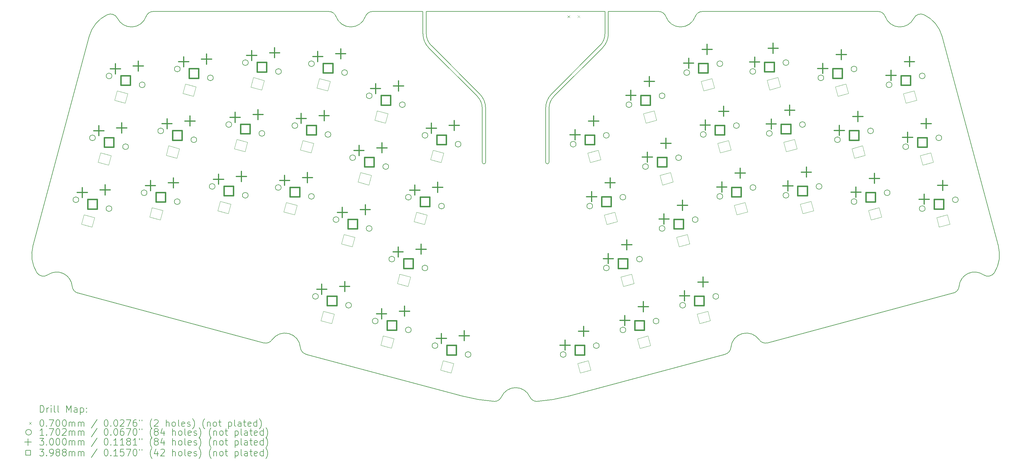
<source format=gbr>
%TF.GenerationSoftware,KiCad,Pcbnew,9.0.4*%
%TF.CreationDate,2025-08-22T20:00:46+03:00*%
%TF.ProjectId,MOKETA,4d4f4b45-5441-42e6-9b69-6361645f7063,rev?*%
%TF.SameCoordinates,Original*%
%TF.FileFunction,Drillmap*%
%TF.FilePolarity,Positive*%
%FSLAX45Y45*%
G04 Gerber Fmt 4.5, Leading zero omitted, Abs format (unit mm)*
G04 Created by KiCad (PCBNEW 9.0.4) date 2025-08-22 20:00:46*
%MOMM*%
%LPD*%
G01*
G04 APERTURE LIST*
%ADD10C,0.200000*%
%ADD11C,0.010000*%
%ADD12C,0.100000*%
%ADD13C,0.170180*%
%ADD14C,0.300000*%
%ADD15C,0.398780*%
G04 APERTURE END LIST*
D10*
X20319573Y-20340063D02*
G75*
G02*
X20739728Y-20612803I-3J-459997D01*
G01*
X14780754Y-9186174D02*
X9581830Y-9186174D01*
X6454828Y-16995303D02*
G75*
G02*
X6127035Y-16927077I-131758J188523D01*
G01*
X32120271Y-9389920D02*
G75*
G02*
X32425879Y-9284379I206209J-101870D01*
G01*
X8213269Y-9284380D02*
G75*
G02*
X8518870Y-9389923I99391J-207420D01*
G01*
X17572138Y-9843931D02*
X17572138Y-9186512D01*
X27786964Y-19012953D02*
G75*
G02*
X27537812Y-18920972I-59535J222173D01*
G01*
X7679509Y-9927355D02*
G75*
G02*
X8213269Y-9284380I965921J-258815D01*
G01*
X23067008Y-9843930D02*
X23067008Y-9186512D01*
X21309571Y-13655920D02*
X21309573Y-12057001D01*
X33292672Y-17537703D02*
X27786964Y-19012953D01*
X33462364Y-17334474D02*
G75*
G02*
X33292673Y-17537708I-229214J18924D01*
G01*
X23067008Y-9843930D02*
G75*
G02*
X22891272Y-10268194I-599998J0D01*
G01*
X21209570Y-13655920D02*
X21209573Y-12055920D01*
X13101332Y-18920970D02*
G75*
G02*
X13939156Y-19145466I379228J-260350D01*
G01*
X26699985Y-19145466D02*
G75*
G02*
X26528598Y-19350123I-229316J17946D01*
G01*
X31057313Y-9186174D02*
X25858393Y-9186174D01*
X31057313Y-9186174D02*
G75*
G02*
X31274163Y-9339507I7J-229996D01*
G01*
X15864984Y-9339508D02*
G75*
G02*
X16081830Y-9186181I216836J-76662D01*
G01*
X26699985Y-19145466D02*
G75*
G02*
X27537809Y-18920974I458595J-35854D01*
G01*
X19253837Y-11631657D02*
X17818584Y-10196405D01*
X25641546Y-9339508D02*
G75*
G02*
X25858393Y-9186178I216854J-76683D01*
G01*
X34625715Y-16145241D02*
G75*
G02*
X34512109Y-16927076I-965905J-258819D01*
G01*
X19899415Y-20612801D02*
G75*
G02*
X20319573Y-20340064I420155J-187259D01*
G01*
X32959637Y-9927355D02*
X34625715Y-16145241D01*
X20944035Y-20749098D02*
G75*
G02*
X20739734Y-20612800I5785J229938D01*
G01*
X17572138Y-9186512D02*
X16081830Y-9186174D01*
X23067008Y-9186512D02*
X24557313Y-9186174D01*
X19429569Y-13655921D02*
G75*
G02*
X19329571Y-13655921I-49999J1D01*
G01*
X34512110Y-16927076D02*
G75*
G02*
X34184320Y-16995300I-196030J120286D01*
G01*
X26528600Y-19350131D02*
X21900935Y-20590110D01*
X15864984Y-9339508D02*
G75*
G02*
X14997600Y-9339508I-433692J153333D01*
G01*
X21900935Y-20590110D02*
G75*
G02*
X20944035Y-20749098I-1294095J4829610D01*
G01*
X7346473Y-17537703D02*
X12852189Y-19012955D01*
X7346473Y-17537703D02*
G75*
G02*
X7176780Y-17334474I59537J222173D01*
G01*
X24557313Y-9186174D02*
G75*
G02*
X24774163Y-9339507I7J-229996D01*
G01*
X21385309Y-11631658D02*
X22820562Y-10196405D01*
X14108932Y-19349698D02*
X14108932Y-19349698D01*
X14108932Y-19349698D02*
G75*
G02*
X13939156Y-19145466I59528J222168D01*
G01*
X22967008Y-9842852D02*
G75*
G02*
X22820562Y-10196406I-500008J2D01*
G01*
X19183126Y-11703447D02*
G75*
G02*
X19329572Y-12057000I-353556J-353553D01*
G01*
X19183126Y-11703447D02*
X17747874Y-10268195D01*
X13101332Y-18920970D02*
G75*
G02*
X12852189Y-19012955I-189612J130170D01*
G01*
X14780754Y-9186174D02*
G75*
G02*
X14997600Y-9339508I-4J-230006D01*
G01*
X6454828Y-16995303D02*
G75*
G02*
X7176782Y-17334474I263515J-377042D01*
G01*
X19329573Y-12057000D02*
X19329569Y-13655921D01*
X17818584Y-10196405D02*
G75*
G02*
X17672141Y-9842851I353546J353545D01*
G01*
X25858393Y-9186177D02*
X25858393Y-9186174D01*
X22967008Y-9842852D02*
X22967008Y-9186512D01*
X21456020Y-11703447D02*
X22891272Y-10268194D01*
X19253837Y-11631657D02*
G75*
G02*
X19429572Y-12055921I-424287J-424273D01*
G01*
X9364984Y-9339508D02*
G75*
G02*
X8518872Y-9389922I-433694J153338D01*
G01*
X33462364Y-17334474D02*
G75*
G02*
X34184312Y-16995311I458426J-37856D01*
G01*
X14108932Y-19349698D02*
X18738212Y-20590110D01*
X32120271Y-9389920D02*
G75*
G02*
X31274154Y-9339510I-412421J203750D01*
G01*
X9364984Y-9339508D02*
G75*
G02*
X9581830Y-9186181I216836J-76662D01*
G01*
X21209573Y-12055922D02*
G75*
G02*
X21385307Y-11631655I600007J2D01*
G01*
X21309573Y-12057001D02*
G75*
G02*
X21456018Y-11703446I500007J1D01*
G01*
X32425878Y-9284381D02*
G75*
G02*
X32959639Y-9927355I-432158J-901790D01*
G01*
X7679509Y-9927355D02*
X6013432Y-16145239D01*
X19899415Y-20612801D02*
G75*
G02*
X19695111Y-20749100I-210075J93621D01*
G01*
X17672138Y-9842851D02*
X17672138Y-9186512D01*
X22967008Y-9186512D02*
X17672138Y-9186512D01*
X21309571Y-13655920D02*
G75*
G02*
X21209571Y-13655920I-50000J-1D01*
G01*
X19695111Y-20749098D02*
G75*
G02*
X18738212Y-20590109I337209J4988668D01*
G01*
X19429569Y-13655921D02*
X19429572Y-12055921D01*
X6127036Y-16927076D02*
G75*
G02*
X6013429Y-16145238I852354J523026D01*
G01*
X17747874Y-10268195D02*
G75*
G02*
X17572137Y-9843931I424286J424275D01*
G01*
X25641546Y-9339508D02*
G75*
G02*
X24774162Y-9339508I-433692J153333D01*
G01*
D11*
X28657865Y-13260402D02*
X28339109Y-13345812D01*
X28264052Y-13065693D01*
X28582807Y-12980283D01*
X28657865Y-13260402D01*
X30185576Y-11613398D02*
X29866821Y-11698809D01*
X29791763Y-11418690D01*
X30110519Y-11333280D01*
X30185576Y-11613398D01*
X29149621Y-15095661D02*
X28830865Y-15181071D01*
X28755808Y-14900953D01*
X29074563Y-14815542D01*
X29149621Y-15095661D01*
X8824999Y-11625298D02*
X8749941Y-11905417D01*
X8431186Y-11820007D01*
X8506243Y-11539888D01*
X8824999Y-11625298D01*
X17696663Y-15220974D02*
X17621606Y-15501092D01*
X17302850Y-15415682D01*
X17377908Y-15135563D01*
X17696663Y-15220974D01*
X7841486Y-15295816D02*
X7766429Y-15575935D01*
X7447673Y-15490524D01*
X7522731Y-15210406D01*
X7841486Y-15295816D01*
X17204907Y-17056233D02*
X17129850Y-17336351D01*
X16811094Y-17250941D01*
X16886152Y-16970823D01*
X17204907Y-17056233D01*
X30676332Y-13448657D02*
X30357577Y-13534068D01*
X30282519Y-13253949D01*
X30601275Y-13168539D01*
X30676332Y-13448657D01*
X18484482Y-19621831D02*
X18409424Y-19901950D01*
X18090669Y-19816540D01*
X18165726Y-19536421D01*
X18484482Y-19621831D01*
X22548477Y-19816540D02*
X22229722Y-19901950D01*
X22154665Y-19621832D01*
X22473420Y-19536421D01*
X22548477Y-19816540D01*
X28167108Y-11424143D02*
X27848353Y-11509553D01*
X27773295Y-11229434D01*
X28092051Y-11144024D01*
X28167108Y-11424143D01*
X16713151Y-18891492D02*
X16638094Y-19171610D01*
X16319338Y-19086200D01*
X16394396Y-18806081D01*
X16713151Y-18891492D01*
X32206961Y-11819006D02*
X31888206Y-11904417D01*
X31813148Y-11624298D01*
X32131904Y-11538888D01*
X32206961Y-11819006D01*
X18188420Y-13385714D02*
X18113363Y-13665833D01*
X17794607Y-13580423D01*
X17869665Y-13300304D01*
X18188420Y-13385714D01*
X13839795Y-14932928D02*
X13764738Y-15213046D01*
X13445982Y-15127636D01*
X13521040Y-14847518D01*
X13839795Y-14932928D01*
X22844540Y-13580423D02*
X22525784Y-13665833D01*
X22450727Y-13385715D01*
X22769482Y-13300304D01*
X22844540Y-13580423D01*
X24497590Y-12408655D02*
X24178835Y-12494065D01*
X24103777Y-12213946D01*
X24422533Y-12128536D01*
X24497590Y-12408655D01*
X33189474Y-15490525D02*
X32870718Y-15575935D01*
X32795661Y-15295816D01*
X33114416Y-15210406D01*
X33189474Y-15490525D01*
X16043613Y-14049206D02*
X15968556Y-14329324D01*
X15649800Y-14243914D01*
X15724858Y-13963796D01*
X16043613Y-14049206D01*
X27191164Y-15127637D02*
X26872408Y-15213047D01*
X26797351Y-14932929D01*
X27116106Y-14847518D01*
X27191164Y-15127637D01*
X23828052Y-17250941D02*
X23509297Y-17336351D01*
X23434239Y-17056233D01*
X23752995Y-16970823D01*
X23828052Y-17250941D01*
X15551857Y-15884464D02*
X15476799Y-16164583D01*
X15158044Y-16079173D01*
X15233101Y-15799054D01*
X15551857Y-15884464D01*
X10355627Y-13253949D02*
X10280569Y-13534067D01*
X9961814Y-13448657D01*
X10036871Y-13168538D01*
X10355627Y-13253949D01*
X16535369Y-12213947D02*
X16460312Y-12494065D01*
X16141556Y-12408655D01*
X16216614Y-12128537D01*
X16535369Y-12213947D01*
X14331552Y-13097669D02*
X14256494Y-13377788D01*
X13937739Y-13292377D01*
X14012796Y-13012259D01*
X14331552Y-13097669D01*
X26700408Y-13291377D02*
X26381652Y-13376788D01*
X26306595Y-13096669D01*
X26625350Y-13011259D01*
X26700408Y-13291377D01*
X26209651Y-11457118D02*
X25890896Y-11542528D01*
X25815838Y-11262410D01*
X26134594Y-11177000D01*
X26209651Y-11457118D01*
X23335296Y-15414682D02*
X23016540Y-15500093D01*
X22941483Y-15219974D01*
X23260238Y-15134564D01*
X23335296Y-15414682D01*
X12373095Y-13065693D02*
X12298037Y-13345812D01*
X11979282Y-13260402D01*
X12054339Y-12980283D01*
X12373095Y-13065693D01*
X32699717Y-13655266D02*
X32380962Y-13740676D01*
X32305904Y-13460558D01*
X32624660Y-13375148D01*
X32699717Y-13655266D01*
X24318808Y-19087200D02*
X24000053Y-19172610D01*
X23924995Y-18892492D01*
X24243751Y-18807081D01*
X24318808Y-19087200D01*
X9863871Y-15089208D02*
X9788814Y-15369327D01*
X9470058Y-15283916D01*
X9545116Y-15003798D01*
X9863871Y-15089208D01*
X11881339Y-14900953D02*
X11806281Y-15181071D01*
X11487526Y-15095661D01*
X11562583Y-14815542D01*
X11881339Y-14900953D01*
X25479103Y-16079173D02*
X25160347Y-16164583D01*
X25085290Y-15884465D01*
X25404045Y-15799055D01*
X25479103Y-16079173D01*
X12864851Y-11230434D02*
X12789794Y-11510552D01*
X12471038Y-11425142D01*
X12546096Y-11145024D01*
X12864851Y-11230434D01*
X8333242Y-13460557D02*
X8258184Y-13740676D01*
X7939429Y-13655266D01*
X8014486Y-13375147D01*
X8333242Y-13460557D01*
X14941821Y-18161152D02*
X14866763Y-18441270D01*
X14548008Y-18355860D01*
X14623065Y-18075741D01*
X14941821Y-18161152D01*
X24987347Y-14243914D02*
X24668591Y-14329324D01*
X24593534Y-14049206D01*
X24912289Y-13963795D01*
X24987347Y-14243914D01*
X10847383Y-11418690D02*
X10772326Y-11698808D01*
X10453570Y-11613398D01*
X10528628Y-11333279D01*
X10847383Y-11418690D01*
X14823308Y-11262410D02*
X14748250Y-11542529D01*
X14429495Y-11457118D01*
X14504552Y-11177000D01*
X14823308Y-11262410D01*
X26089139Y-18355860D02*
X25770383Y-18441270D01*
X25695326Y-18161152D01*
X26014081Y-18075742D01*
X26089139Y-18355860D01*
X31168089Y-15282917D02*
X30849333Y-15368327D01*
X30774276Y-15088209D01*
X31093031Y-15002798D01*
X31168089Y-15282917D01*
D10*
D12*
X21854573Y-9301513D02*
X21924573Y-9371513D01*
X21924573Y-9301513D02*
X21854573Y-9371513D01*
X22154573Y-9301513D02*
X22224573Y-9371513D01*
X22224573Y-9301513D02*
X22154573Y-9371513D01*
D13*
X7370977Y-14769068D02*
G75*
G02*
X7200797Y-14769068I-85090J0D01*
G01*
X7200797Y-14769068D02*
G75*
G02*
X7370977Y-14769068I85090J0D01*
G01*
X7862733Y-12933809D02*
G75*
G02*
X7692553Y-12933809I-85090J0D01*
G01*
X7692553Y-12933809D02*
G75*
G02*
X7862733Y-12933809I85090J0D01*
G01*
X8352357Y-15032028D02*
G75*
G02*
X8182177Y-15032028I-85090J0D01*
G01*
X8182177Y-15032028D02*
G75*
G02*
X8352357Y-15032028I85090J0D01*
G01*
X8354489Y-11098550D02*
G75*
G02*
X8184309Y-11098550I-85090J0D01*
G01*
X8184309Y-11098550D02*
G75*
G02*
X8354489Y-11098550I85090J0D01*
G01*
X8844114Y-13196769D02*
G75*
G02*
X8673934Y-13196769I-85090J0D01*
G01*
X8673934Y-13196769D02*
G75*
G02*
X8844114Y-13196769I85090J0D01*
G01*
X9335870Y-11361510D02*
G75*
G02*
X9165690Y-11361510I-85090J0D01*
G01*
X9165690Y-11361510D02*
G75*
G02*
X9335870Y-11361510I85090J0D01*
G01*
X9393362Y-14562460D02*
G75*
G02*
X9223182Y-14562460I-85090J0D01*
G01*
X9223182Y-14562460D02*
G75*
G02*
X9393362Y-14562460I85090J0D01*
G01*
X9885118Y-12727201D02*
G75*
G02*
X9714938Y-12727201I-85090J0D01*
G01*
X9714938Y-12727201D02*
G75*
G02*
X9885118Y-12727201I85090J0D01*
G01*
X10374742Y-14825420D02*
G75*
G02*
X10204562Y-14825420I-85090J0D01*
G01*
X10204562Y-14825420D02*
G75*
G02*
X10374742Y-14825420I85090J0D01*
G01*
X10376874Y-10891942D02*
G75*
G02*
X10206694Y-10891942I-85090J0D01*
G01*
X10206694Y-10891942D02*
G75*
G02*
X10376874Y-10891942I85090J0D01*
G01*
X10866499Y-12990161D02*
G75*
G02*
X10696319Y-12990161I-85090J0D01*
G01*
X10696319Y-12990161D02*
G75*
G02*
X10866499Y-12990161I85090J0D01*
G01*
X11358255Y-11154902D02*
G75*
G02*
X11188075Y-11154902I-85090J0D01*
G01*
X11188075Y-11154902D02*
G75*
G02*
X11358255Y-11154902I85090J0D01*
G01*
X11410830Y-14374204D02*
G75*
G02*
X11240650Y-14374204I-85090J0D01*
G01*
X11240650Y-14374204D02*
G75*
G02*
X11410830Y-14374204I85090J0D01*
G01*
X11902586Y-12538945D02*
G75*
G02*
X11732406Y-12538945I-85090J0D01*
G01*
X11732406Y-12538945D02*
G75*
G02*
X11902586Y-12538945I85090J0D01*
G01*
X12392210Y-14637164D02*
G75*
G02*
X12222030Y-14637164I-85090J0D01*
G01*
X12222030Y-14637164D02*
G75*
G02*
X12392210Y-14637164I85090J0D01*
G01*
X12394342Y-10703686D02*
G75*
G02*
X12224162Y-10703686I-85090J0D01*
G01*
X12224162Y-10703686D02*
G75*
G02*
X12394342Y-10703686I85090J0D01*
G01*
X12883967Y-12801905D02*
G75*
G02*
X12713787Y-12801905I-85090J0D01*
G01*
X12713787Y-12801905D02*
G75*
G02*
X12883967Y-12801905I85090J0D01*
G01*
X13369287Y-14406180D02*
G75*
G02*
X13199107Y-14406180I-85090J0D01*
G01*
X13199107Y-14406180D02*
G75*
G02*
X13369287Y-14406180I85090J0D01*
G01*
X13375723Y-10966646D02*
G75*
G02*
X13205543Y-10966646I-85090J0D01*
G01*
X13205543Y-10966646D02*
G75*
G02*
X13375723Y-10966646I85090J0D01*
G01*
X13861042Y-12570921D02*
G75*
G02*
X13690862Y-12570921I-85090J0D01*
G01*
X13690862Y-12570921D02*
G75*
G02*
X13861042Y-12570921I85090J0D01*
G01*
X14350667Y-14669140D02*
G75*
G02*
X14180487Y-14669140I-85090J0D01*
G01*
X14180487Y-14669140D02*
G75*
G02*
X14350667Y-14669140I85090J0D01*
G01*
X14352799Y-10735662D02*
G75*
G02*
X14182619Y-10735662I-85090J0D01*
G01*
X14182619Y-10735662D02*
G75*
G02*
X14352799Y-10735662I85090J0D01*
G01*
X14471312Y-17634404D02*
G75*
G02*
X14301132Y-17634404I-85090J0D01*
G01*
X14301132Y-17634404D02*
G75*
G02*
X14471312Y-17634404I85090J0D01*
G01*
X14842423Y-12833881D02*
G75*
G02*
X14672243Y-12833881I-85090J0D01*
G01*
X14672243Y-12833881D02*
G75*
G02*
X14842423Y-12833881I85090J0D01*
G01*
X15081348Y-15357717D02*
G75*
G02*
X14911168Y-15357717I-85090J0D01*
G01*
X14911168Y-15357717D02*
G75*
G02*
X15081348Y-15357717I85090J0D01*
G01*
X15334179Y-10998622D02*
G75*
G02*
X15163999Y-10998622I-85090J0D01*
G01*
X15163999Y-10998622D02*
G75*
G02*
X15334179Y-10998622I85090J0D01*
G01*
X15452692Y-17897364D02*
G75*
G02*
X15282512Y-17897364I-85090J0D01*
G01*
X15282512Y-17897364D02*
G75*
G02*
X15452692Y-17897364I85090J0D01*
G01*
X15573104Y-13522458D02*
G75*
G02*
X15402924Y-13522458I-85090J0D01*
G01*
X15402924Y-13522458D02*
G75*
G02*
X15573104Y-13522458I85090J0D01*
G01*
X16062729Y-15620677D02*
G75*
G02*
X15892549Y-15620677I-85090J0D01*
G01*
X15892549Y-15620677D02*
G75*
G02*
X16062729Y-15620677I85090J0D01*
G01*
X16064860Y-11687198D02*
G75*
G02*
X15894680Y-11687198I-85090J0D01*
G01*
X15894680Y-11687198D02*
G75*
G02*
X16064860Y-11687198I85090J0D01*
G01*
X16242642Y-18364744D02*
G75*
G02*
X16072462Y-18364744I-85090J0D01*
G01*
X16072462Y-18364744D02*
G75*
G02*
X16242642Y-18364744I85090J0D01*
G01*
X16554485Y-13785418D02*
G75*
G02*
X16384305Y-13785418I-85090J0D01*
G01*
X16384305Y-13785418D02*
G75*
G02*
X16554485Y-13785418I85090J0D01*
G01*
X16734398Y-16529484D02*
G75*
G02*
X16564218Y-16529484I-85090J0D01*
G01*
X16564218Y-16529484D02*
G75*
G02*
X16734398Y-16529484I85090J0D01*
G01*
X17046241Y-11950159D02*
G75*
G02*
X16876061Y-11950159I-85090J0D01*
G01*
X16876061Y-11950159D02*
G75*
G02*
X17046241Y-11950159I85090J0D01*
G01*
X17224023Y-18627704D02*
G75*
G02*
X17053843Y-18627704I-85090J0D01*
G01*
X17053843Y-18627704D02*
G75*
G02*
X17224023Y-18627704I85090J0D01*
G01*
X17226155Y-14694226D02*
G75*
G02*
X17055975Y-14694226I-85090J0D01*
G01*
X17055975Y-14694226D02*
G75*
G02*
X17226155Y-14694226I85090J0D01*
G01*
X17715779Y-16792445D02*
G75*
G02*
X17545599Y-16792445I-85090J0D01*
G01*
X17545599Y-16792445D02*
G75*
G02*
X17715779Y-16792445I85090J0D01*
G01*
X17717911Y-12858967D02*
G75*
G02*
X17547731Y-12858967I-85090J0D01*
G01*
X17547731Y-12858967D02*
G75*
G02*
X17717911Y-12858967I85090J0D01*
G01*
X18013973Y-19095084D02*
G75*
G02*
X17843793Y-19095084I-85090J0D01*
G01*
X17843793Y-19095084D02*
G75*
G02*
X18013973Y-19095084I85090J0D01*
G01*
X18207535Y-14957186D02*
G75*
G02*
X18037355Y-14957186I-85090J0D01*
G01*
X18037355Y-14957186D02*
G75*
G02*
X18207535Y-14957186I85090J0D01*
G01*
X18699291Y-13121927D02*
G75*
G02*
X18529111Y-13121927I-85090J0D01*
G01*
X18529111Y-13121927D02*
G75*
G02*
X18699291Y-13121927I85090J0D01*
G01*
X18995353Y-19358044D02*
G75*
G02*
X18825173Y-19358044I-85090J0D01*
G01*
X18825173Y-19358044D02*
G75*
G02*
X18995353Y-19358044I85090J0D01*
G01*
X21813973Y-19358044D02*
G75*
G02*
X21643793Y-19358044I-85090J0D01*
G01*
X21643793Y-19358044D02*
G75*
G02*
X21813973Y-19358044I85090J0D01*
G01*
X22110036Y-13121927D02*
G75*
G02*
X21939856Y-13121927I-85090J0D01*
G01*
X21939856Y-13121927D02*
G75*
G02*
X22110036Y-13121927I85090J0D01*
G01*
X22600791Y-14956186D02*
G75*
G02*
X22430611Y-14956186I-85090J0D01*
G01*
X22430611Y-14956186D02*
G75*
G02*
X22600791Y-14956186I85090J0D01*
G01*
X22795353Y-19095084D02*
G75*
G02*
X22625173Y-19095084I-85090J0D01*
G01*
X22625173Y-19095084D02*
G75*
G02*
X22795353Y-19095084I85090J0D01*
G01*
X23091416Y-12858967D02*
G75*
G02*
X22921236Y-12858967I-85090J0D01*
G01*
X22921236Y-12858967D02*
G75*
G02*
X23091416Y-12858967I85090J0D01*
G01*
X23093547Y-16792445D02*
G75*
G02*
X22923367Y-16792445I-85090J0D01*
G01*
X22923367Y-16792445D02*
G75*
G02*
X23093547Y-16792445I85090J0D01*
G01*
X23582172Y-14693225D02*
G75*
G02*
X23411992Y-14693225I-85090J0D01*
G01*
X23411992Y-14693225D02*
G75*
G02*
X23582172Y-14693225I85090J0D01*
G01*
X23584304Y-18628704D02*
G75*
G02*
X23414124Y-18628704I-85090J0D01*
G01*
X23414124Y-18628704D02*
G75*
G02*
X23584304Y-18628704I85090J0D01*
G01*
X23763086Y-11950159D02*
G75*
G02*
X23592906Y-11950159I-85090J0D01*
G01*
X23592906Y-11950159D02*
G75*
G02*
X23763086Y-11950159I85090J0D01*
G01*
X24074928Y-16529485D02*
G75*
G02*
X23904748Y-16529485I-85090J0D01*
G01*
X23904748Y-16529485D02*
G75*
G02*
X24074928Y-16529485I85090J0D01*
G01*
X24252842Y-13785418D02*
G75*
G02*
X24082662Y-13785418I-85090J0D01*
G01*
X24082662Y-13785418D02*
G75*
G02*
X24252842Y-13785418I85090J0D01*
G01*
X24565684Y-18365744D02*
G75*
G02*
X24395504Y-18365744I-85090J0D01*
G01*
X24395504Y-18365744D02*
G75*
G02*
X24565684Y-18365744I85090J0D01*
G01*
X24744466Y-11687199D02*
G75*
G02*
X24574286Y-11687199I-85090J0D01*
G01*
X24574286Y-11687199D02*
G75*
G02*
X24744466Y-11687199I85090J0D01*
G01*
X24744598Y-15620677D02*
G75*
G02*
X24574418Y-15620677I-85090J0D01*
G01*
X24574418Y-15620677D02*
G75*
G02*
X24744598Y-15620677I85090J0D01*
G01*
X25234223Y-13522458D02*
G75*
G02*
X25064043Y-13522458I-85090J0D01*
G01*
X25064043Y-13522458D02*
G75*
G02*
X25234223Y-13522458I85090J0D01*
G01*
X25354635Y-17897364D02*
G75*
G02*
X25184455Y-17897364I-85090J0D01*
G01*
X25184455Y-17897364D02*
G75*
G02*
X25354635Y-17897364I85090J0D01*
G01*
X25475147Y-10998622D02*
G75*
G02*
X25304967Y-10998622I-85090J0D01*
G01*
X25304967Y-10998622D02*
G75*
G02*
X25475147Y-10998622I85090J0D01*
G01*
X25725979Y-15357717D02*
G75*
G02*
X25555799Y-15357717I-85090J0D01*
G01*
X25555799Y-15357717D02*
G75*
G02*
X25725979Y-15357717I85090J0D01*
G01*
X25965903Y-12832881D02*
G75*
G02*
X25795723Y-12832881I-85090J0D01*
G01*
X25795723Y-12832881D02*
G75*
G02*
X25965903Y-12832881I85090J0D01*
G01*
X26336015Y-17634404D02*
G75*
G02*
X26165835Y-17634404I-85090J0D01*
G01*
X26165835Y-17634404D02*
G75*
G02*
X26336015Y-17634404I85090J0D01*
G01*
X26456527Y-10735662D02*
G75*
G02*
X26286347Y-10735662I-85090J0D01*
G01*
X26286347Y-10735662D02*
G75*
G02*
X26456527Y-10735662I85090J0D01*
G01*
X26456659Y-14669140D02*
G75*
G02*
X26286479Y-14669140I-85090J0D01*
G01*
X26286479Y-14669140D02*
G75*
G02*
X26456659Y-14669140I85090J0D01*
G01*
X26947283Y-12569921D02*
G75*
G02*
X26777103Y-12569921I-85090J0D01*
G01*
X26777103Y-12569921D02*
G75*
G02*
X26947283Y-12569921I85090J0D01*
G01*
X27432604Y-10965647D02*
G75*
G02*
X27262424Y-10965647I-85090J0D01*
G01*
X27262424Y-10965647D02*
G75*
G02*
X27432604Y-10965647I85090J0D01*
G01*
X27438040Y-14406180D02*
G75*
G02*
X27267860Y-14406180I-85090J0D01*
G01*
X27267860Y-14406180D02*
G75*
G02*
X27438040Y-14406180I85090J0D01*
G01*
X27923360Y-12801906D02*
G75*
G02*
X27753180Y-12801906I-85090J0D01*
G01*
X27753180Y-12801906D02*
G75*
G02*
X27923360Y-12801906I85090J0D01*
G01*
X28413984Y-10702686D02*
G75*
G02*
X28243804Y-10702686I-85090J0D01*
G01*
X28243804Y-10702686D02*
G75*
G02*
X28413984Y-10702686I85090J0D01*
G01*
X28415116Y-14637164D02*
G75*
G02*
X28244936Y-14637164I-85090J0D01*
G01*
X28244936Y-14637164D02*
G75*
G02*
X28415116Y-14637164I85090J0D01*
G01*
X28904741Y-12538945D02*
G75*
G02*
X28734561Y-12538945I-85090J0D01*
G01*
X28734561Y-12538945D02*
G75*
G02*
X28904741Y-12538945I85090J0D01*
G01*
X29396497Y-14374204D02*
G75*
G02*
X29226317Y-14374204I-85090J0D01*
G01*
X29226317Y-14374204D02*
G75*
G02*
X29396497Y-14374204I85090J0D01*
G01*
X29451071Y-11154903D02*
G75*
G02*
X29280891Y-11154903I-85090J0D01*
G01*
X29280891Y-11154903D02*
G75*
G02*
X29451071Y-11154903I85090J0D01*
G01*
X29941828Y-12990161D02*
G75*
G02*
X29771648Y-12990161I-85090J0D01*
G01*
X29771648Y-12990161D02*
G75*
G02*
X29941828Y-12990161I85090J0D01*
G01*
X30432452Y-10891942D02*
G75*
G02*
X30262272Y-10891942I-85090J0D01*
G01*
X30262272Y-10891942D02*
G75*
G02*
X30432452Y-10891942I85090J0D01*
G01*
X30433584Y-14824420D02*
G75*
G02*
X30263404Y-14824420I-85090J0D01*
G01*
X30263404Y-14824420D02*
G75*
G02*
X30433584Y-14824420I85090J0D01*
G01*
X30923208Y-12727201D02*
G75*
G02*
X30753028Y-12727201I-85090J0D01*
G01*
X30753028Y-12727201D02*
G75*
G02*
X30923208Y-12727201I85090J0D01*
G01*
X31414965Y-14561460D02*
G75*
G02*
X31244785Y-14561460I-85090J0D01*
G01*
X31244785Y-14561460D02*
G75*
G02*
X31414965Y-14561460I85090J0D01*
G01*
X31472457Y-11360510D02*
G75*
G02*
X31302277Y-11360510I-85090J0D01*
G01*
X31302277Y-11360510D02*
G75*
G02*
X31472457Y-11360510I85090J0D01*
G01*
X31965213Y-13196770D02*
G75*
G02*
X31795033Y-13196770I-85090J0D01*
G01*
X31795033Y-13196770D02*
G75*
G02*
X31965213Y-13196770I85090J0D01*
G01*
X32453838Y-11097550D02*
G75*
G02*
X32283658Y-11097550I-85090J0D01*
G01*
X32283658Y-11097550D02*
G75*
G02*
X32453838Y-11097550I85090J0D01*
G01*
X32454969Y-15032028D02*
G75*
G02*
X32284789Y-15032028I-85090J0D01*
G01*
X32284789Y-15032028D02*
G75*
G02*
X32454969Y-15032028I85090J0D01*
G01*
X32946593Y-12933809D02*
G75*
G02*
X32776413Y-12933809I-85090J0D01*
G01*
X32776413Y-12933809D02*
G75*
G02*
X32946593Y-12933809I85090J0D01*
G01*
X33436350Y-14769068D02*
G75*
G02*
X33266170Y-14769068I-85090J0D01*
G01*
X33266170Y-14769068D02*
G75*
G02*
X33436350Y-14769068I85090J0D01*
G01*
D14*
X7474299Y-14406593D02*
X7474299Y-14706593D01*
X7324299Y-14556593D02*
X7624299Y-14556593D01*
X7966056Y-12571334D02*
X7966056Y-12871334D01*
X7816056Y-12721334D02*
X8116056Y-12721334D01*
X8153402Y-14325598D02*
X8153402Y-14625598D01*
X8003402Y-14475598D02*
X8303402Y-14475598D01*
X8457812Y-10736075D02*
X8457812Y-11036075D01*
X8307812Y-10886075D02*
X8607812Y-10886075D01*
X8645159Y-12490339D02*
X8645159Y-12790339D01*
X8495159Y-12640339D02*
X8795159Y-12640339D01*
X9136915Y-10655080D02*
X9136915Y-10955080D01*
X8986915Y-10805080D02*
X9286915Y-10805080D01*
X9496684Y-14199985D02*
X9496684Y-14499985D01*
X9346684Y-14349985D02*
X9646684Y-14349985D01*
X9988441Y-12364726D02*
X9988441Y-12664726D01*
X9838441Y-12514726D02*
X10138441Y-12514726D01*
X10175787Y-14118990D02*
X10175787Y-14418990D01*
X10025787Y-14268990D02*
X10325787Y-14268990D01*
X10480197Y-10529467D02*
X10480197Y-10829467D01*
X10330197Y-10679467D02*
X10630197Y-10679467D01*
X10667544Y-12283731D02*
X10667544Y-12583731D01*
X10517544Y-12433731D02*
X10817544Y-12433731D01*
X11159300Y-10448472D02*
X11159300Y-10748472D01*
X11009300Y-10598472D02*
X11309300Y-10598472D01*
X11514152Y-14011729D02*
X11514152Y-14311729D01*
X11364152Y-14161729D02*
X11664152Y-14161729D01*
X12005909Y-12176470D02*
X12005909Y-12476470D01*
X11855909Y-12326470D02*
X12155909Y-12326470D01*
X12193255Y-13930734D02*
X12193255Y-14230734D01*
X12043255Y-14080734D02*
X12343255Y-14080734D01*
X12497665Y-10341211D02*
X12497665Y-10641211D01*
X12347665Y-10491211D02*
X12647665Y-10491211D01*
X12685012Y-12095475D02*
X12685012Y-12395475D01*
X12535012Y-12245475D02*
X12835012Y-12245475D01*
X13176767Y-10260216D02*
X13176767Y-10560216D01*
X13026767Y-10410216D02*
X13326767Y-10410216D01*
X13472609Y-14043705D02*
X13472609Y-14343705D01*
X13322609Y-14193705D02*
X13622609Y-14193705D01*
X13964365Y-12208445D02*
X13964365Y-12508445D01*
X13814365Y-12358445D02*
X14114365Y-12358445D01*
X14151712Y-13962710D02*
X14151712Y-14262710D01*
X14001712Y-14112710D02*
X14301712Y-14112710D01*
X14456121Y-10373187D02*
X14456121Y-10673187D01*
X14306121Y-10523187D02*
X14606121Y-10523187D01*
X14574634Y-17271929D02*
X14574634Y-17571929D01*
X14424634Y-17421929D02*
X14724634Y-17421929D01*
X14643468Y-12127450D02*
X14643468Y-12427450D01*
X14493468Y-12277450D02*
X14793468Y-12277450D01*
X15135224Y-10292192D02*
X15135224Y-10592192D01*
X14985224Y-10442192D02*
X15285224Y-10442192D01*
X15184671Y-14995242D02*
X15184671Y-15295242D01*
X15034671Y-15145242D02*
X15334671Y-15145242D01*
X15253737Y-17190933D02*
X15253737Y-17490933D01*
X15103737Y-17340933D02*
X15403737Y-17340933D01*
X15676427Y-13159982D02*
X15676427Y-13459982D01*
X15526427Y-13309982D02*
X15826427Y-13309982D01*
X15863773Y-14914246D02*
X15863773Y-15214246D01*
X15713773Y-15064246D02*
X16013773Y-15064246D01*
X16168183Y-11324723D02*
X16168183Y-11624723D01*
X16018183Y-11474723D02*
X16318183Y-11474723D01*
X16345965Y-18002269D02*
X16345965Y-18302269D01*
X16195965Y-18152269D02*
X16495965Y-18152269D01*
X16355530Y-13078987D02*
X16355530Y-13378987D01*
X16205530Y-13228987D02*
X16505530Y-13228987D01*
X16837721Y-16167009D02*
X16837721Y-16467009D01*
X16687721Y-16317009D02*
X16987721Y-16317009D01*
X16847286Y-11243728D02*
X16847286Y-11543728D01*
X16697286Y-11393728D02*
X16997286Y-11393728D01*
X17025068Y-17921274D02*
X17025068Y-18221274D01*
X16875068Y-18071274D02*
X17175068Y-18071274D01*
X17329477Y-14331750D02*
X17329477Y-14631750D01*
X17179477Y-14481750D02*
X17479477Y-14481750D01*
X17516824Y-16086014D02*
X17516824Y-16386014D01*
X17366824Y-16236014D02*
X17666824Y-16236014D01*
X17821233Y-12496491D02*
X17821233Y-12796491D01*
X17671233Y-12646491D02*
X17971233Y-12646491D01*
X18008580Y-14250755D02*
X18008580Y-14550755D01*
X17858580Y-14400755D02*
X18158580Y-14400755D01*
X18117295Y-18732609D02*
X18117295Y-19032609D01*
X17967295Y-18882609D02*
X18267295Y-18882609D01*
X18500336Y-12415496D02*
X18500336Y-12715496D01*
X18350336Y-12565496D02*
X18650336Y-12565496D01*
X18796398Y-18651613D02*
X18796398Y-18951613D01*
X18646398Y-18801613D02*
X18946398Y-18801613D01*
X21785815Y-18929829D02*
X21785815Y-19229829D01*
X21635815Y-19079829D02*
X21935815Y-19079829D01*
X22081878Y-12693712D02*
X22081878Y-12993712D01*
X21931878Y-12843712D02*
X22231878Y-12843712D01*
X22333438Y-18520133D02*
X22333438Y-18820133D01*
X22183438Y-18670133D02*
X22483438Y-18670133D01*
X22572634Y-14527970D02*
X22572634Y-14827970D01*
X22422634Y-14677970D02*
X22722634Y-14677970D01*
X22629501Y-12284016D02*
X22629501Y-12584016D01*
X22479501Y-12434016D02*
X22779501Y-12434016D01*
X23065390Y-16364230D02*
X23065390Y-16664230D01*
X22915390Y-16514230D02*
X23215390Y-16514230D01*
X23120257Y-14118275D02*
X23120257Y-14418275D01*
X22970257Y-14268275D02*
X23270257Y-14268275D01*
X23556146Y-18200489D02*
X23556146Y-18500489D01*
X23406146Y-18350489D02*
X23706146Y-18350489D01*
X23613013Y-15954535D02*
X23613013Y-16254535D01*
X23463013Y-16104535D02*
X23763013Y-16104535D01*
X23734928Y-11521944D02*
X23734928Y-11821944D01*
X23584928Y-11671944D02*
X23884928Y-11671944D01*
X24103769Y-17790793D02*
X24103769Y-18090793D01*
X23953769Y-17940793D02*
X24253769Y-17940793D01*
X24224685Y-13357203D02*
X24224685Y-13657203D01*
X24074685Y-13507203D02*
X24374685Y-13507203D01*
X24282551Y-11112249D02*
X24282551Y-11412249D01*
X24132551Y-11262249D02*
X24432551Y-11262249D01*
X24716441Y-15192462D02*
X24716441Y-15492462D01*
X24566441Y-15342462D02*
X24866441Y-15342462D01*
X24772307Y-12947508D02*
X24772307Y-13247508D01*
X24622307Y-13097508D02*
X24922307Y-13097508D01*
X25264064Y-14782766D02*
X25264064Y-15082766D01*
X25114064Y-14932766D02*
X25414064Y-14932766D01*
X25326477Y-17469149D02*
X25326477Y-17769149D01*
X25176477Y-17619149D02*
X25476477Y-17619149D01*
X25446989Y-10570407D02*
X25446989Y-10870407D01*
X25296989Y-10720407D02*
X25596989Y-10720407D01*
X25874100Y-17059454D02*
X25874100Y-17359454D01*
X25724100Y-17209454D02*
X26024100Y-17209454D01*
X25937745Y-12404666D02*
X25937745Y-12704666D01*
X25787745Y-12554666D02*
X26087745Y-12554666D01*
X25994612Y-10160712D02*
X25994612Y-10460712D01*
X25844612Y-10310712D02*
X26144612Y-10310712D01*
X26428502Y-14240925D02*
X26428502Y-14540925D01*
X26278502Y-14390925D02*
X26578502Y-14390925D01*
X26485368Y-11994971D02*
X26485368Y-12294971D01*
X26335368Y-12144971D02*
X26635368Y-12144971D01*
X26976125Y-13831230D02*
X26976125Y-14131230D01*
X26826125Y-13981230D02*
X27126125Y-13981230D01*
X27404446Y-10537431D02*
X27404446Y-10837431D01*
X27254446Y-10687431D02*
X27554446Y-10687431D01*
X27895202Y-12373690D02*
X27895202Y-12673690D01*
X27745202Y-12523690D02*
X28045202Y-12523690D01*
X27952069Y-10127736D02*
X27952069Y-10427736D01*
X27802069Y-10277736D02*
X28102069Y-10277736D01*
X28386959Y-14208949D02*
X28386959Y-14508949D01*
X28236959Y-14358949D02*
X28536959Y-14358949D01*
X28442825Y-11963995D02*
X28442825Y-12263995D01*
X28292825Y-12113995D02*
X28592825Y-12113995D01*
X28934582Y-13799254D02*
X28934582Y-14099254D01*
X28784582Y-13949254D02*
X29084582Y-13949254D01*
X29422914Y-10726687D02*
X29422914Y-11026687D01*
X29272914Y-10876687D02*
X29572914Y-10876687D01*
X29913670Y-12561946D02*
X29913670Y-12861946D01*
X29763670Y-12711946D02*
X30063670Y-12711946D01*
X29970537Y-10316992D02*
X29970537Y-10616992D01*
X29820537Y-10466992D02*
X30120537Y-10466992D01*
X30405426Y-14396205D02*
X30405426Y-14696205D01*
X30255426Y-14546205D02*
X30555426Y-14546205D01*
X30461293Y-12152250D02*
X30461293Y-12452250D01*
X30311293Y-12302250D02*
X30611293Y-12302250D01*
X30953049Y-13986510D02*
X30953049Y-14286510D01*
X30803049Y-14136510D02*
X31103049Y-14136510D01*
X31444300Y-10932295D02*
X31444300Y-11232295D01*
X31294300Y-11082295D02*
X31594300Y-11082295D01*
X31937055Y-12768554D02*
X31937055Y-13068554D01*
X31787055Y-12918554D02*
X32087055Y-12918554D01*
X31991922Y-10522600D02*
X31991922Y-10822600D01*
X31841922Y-10672600D02*
X32141922Y-10672600D01*
X32426812Y-14603813D02*
X32426812Y-14903813D01*
X32276812Y-14753813D02*
X32576812Y-14753813D01*
X32484678Y-12358859D02*
X32484678Y-12658859D01*
X32334678Y-12508859D02*
X32634678Y-12508859D01*
X32974435Y-14194118D02*
X32974435Y-14494118D01*
X32824435Y-14344118D02*
X33124435Y-14344118D01*
D15*
X7917568Y-15041539D02*
X7917568Y-14759557D01*
X7635586Y-14759557D01*
X7635586Y-15041539D01*
X7917568Y-15041539D01*
X8409325Y-13206281D02*
X8409325Y-12924298D01*
X8127342Y-12924298D01*
X8127342Y-13206281D01*
X8409325Y-13206281D01*
X8901081Y-11371021D02*
X8901081Y-11089039D01*
X8619098Y-11089039D01*
X8619098Y-11371021D01*
X8901081Y-11371021D01*
X9939953Y-14834932D02*
X9939953Y-14552949D01*
X9657971Y-14552949D01*
X9657971Y-14834932D01*
X9939953Y-14834932D01*
X10431710Y-12999672D02*
X10431710Y-12717689D01*
X10149727Y-12717689D01*
X10149727Y-12999672D01*
X10431710Y-12999672D01*
X10923466Y-11164414D02*
X10923466Y-10882431D01*
X10641483Y-10882431D01*
X10641483Y-11164414D01*
X10923466Y-11164414D01*
X11957421Y-14646675D02*
X11957421Y-14364693D01*
X11675439Y-14364693D01*
X11675439Y-14646675D01*
X11957421Y-14646675D01*
X12449178Y-12811417D02*
X12449178Y-12529434D01*
X12167195Y-12529434D01*
X12167195Y-12811417D01*
X12449178Y-12811417D01*
X12940934Y-10976158D02*
X12940934Y-10694175D01*
X12658951Y-10694175D01*
X12658951Y-10976158D01*
X12940934Y-10976158D01*
X13915878Y-14678651D02*
X13915878Y-14396668D01*
X13633896Y-14396668D01*
X13633896Y-14678651D01*
X13915878Y-14678651D01*
X14407634Y-12843392D02*
X14407634Y-12561409D01*
X14125651Y-12561409D01*
X14125651Y-12843392D01*
X14407634Y-12843392D01*
X14899391Y-11008133D02*
X14899391Y-10726151D01*
X14617408Y-10726151D01*
X14617408Y-11008133D01*
X14899391Y-11008133D01*
X15017903Y-17906875D02*
X15017903Y-17624892D01*
X14735921Y-17624892D01*
X14735921Y-17906875D01*
X15017903Y-17906875D01*
X15627940Y-15630188D02*
X15627940Y-15348205D01*
X15345957Y-15348205D01*
X15345957Y-15630188D01*
X15627940Y-15630188D01*
X16119696Y-13794929D02*
X16119696Y-13512946D01*
X15837713Y-13512946D01*
X15837713Y-13794929D01*
X16119696Y-13794929D01*
X16611452Y-11959670D02*
X16611452Y-11677687D01*
X16329469Y-11677687D01*
X16329469Y-11959670D01*
X16611452Y-11959670D01*
X16789234Y-18637215D02*
X16789234Y-18355233D01*
X16507251Y-18355233D01*
X16507251Y-18637215D01*
X16789234Y-18637215D01*
X17280990Y-16801956D02*
X17280990Y-16519973D01*
X16999007Y-16519973D01*
X16999007Y-16801956D01*
X17280990Y-16801956D01*
X17772746Y-14966697D02*
X17772746Y-14684714D01*
X17490763Y-14684714D01*
X17490763Y-14966697D01*
X17772746Y-14966697D01*
X18264503Y-13131438D02*
X18264503Y-12849455D01*
X17982520Y-12849455D01*
X17982520Y-13131438D01*
X18264503Y-13131438D01*
X18560565Y-19367555D02*
X18560565Y-19085572D01*
X18278582Y-19085572D01*
X18278582Y-19367555D01*
X18560565Y-19367555D01*
X22360565Y-19367555D02*
X22360565Y-19085572D01*
X22078582Y-19085572D01*
X22078582Y-19367555D01*
X22360565Y-19367555D01*
X22656627Y-13131438D02*
X22656627Y-12849455D01*
X22374644Y-12849455D01*
X22374644Y-13131438D01*
X22656627Y-13131438D01*
X23147383Y-14965697D02*
X23147383Y-14683714D01*
X22865400Y-14683714D01*
X22865400Y-14965697D01*
X23147383Y-14965697D01*
X23640139Y-16801957D02*
X23640139Y-16519974D01*
X23358156Y-16519974D01*
X23358156Y-16801957D01*
X23640139Y-16801957D01*
X24130895Y-18638215D02*
X24130895Y-18356232D01*
X23848912Y-18356232D01*
X23848912Y-18638215D01*
X24130895Y-18638215D01*
X24309678Y-11959670D02*
X24309678Y-11677688D01*
X24027695Y-11677688D01*
X24027695Y-11959670D01*
X24309678Y-11959670D01*
X24799434Y-13794929D02*
X24799434Y-13512947D01*
X24517451Y-13512947D01*
X24517451Y-13794929D01*
X24799434Y-13794929D01*
X25291190Y-15630188D02*
X25291190Y-15348205D01*
X25009207Y-15348205D01*
X25009207Y-15630188D01*
X25291190Y-15630188D01*
X25901226Y-17906875D02*
X25901226Y-17624893D01*
X25619243Y-17624893D01*
X25619243Y-17906875D01*
X25901226Y-17906875D01*
X26021739Y-11008134D02*
X26021739Y-10726151D01*
X25739756Y-10726151D01*
X25739756Y-11008134D01*
X26021739Y-11008134D01*
X26512494Y-12842393D02*
X26512494Y-12560410D01*
X26230512Y-12560410D01*
X26230512Y-12842393D01*
X26512494Y-12842393D01*
X27003251Y-14678652D02*
X27003251Y-14396669D01*
X26721268Y-14396669D01*
X26721268Y-14678652D01*
X27003251Y-14678652D01*
X27979195Y-10975158D02*
X27979195Y-10693175D01*
X27697213Y-10693175D01*
X27697213Y-10975158D01*
X27979195Y-10975158D01*
X28469952Y-12811417D02*
X28469952Y-12529434D01*
X28187969Y-12529434D01*
X28187969Y-12811417D01*
X28469952Y-12811417D01*
X28961708Y-14646676D02*
X28961708Y-14364693D01*
X28679725Y-14364693D01*
X28679725Y-14646676D01*
X28961708Y-14646676D01*
X29997663Y-11164414D02*
X29997663Y-10882431D01*
X29715680Y-10882431D01*
X29715680Y-11164414D01*
X29997663Y-11164414D01*
X30488420Y-12999672D02*
X30488420Y-12717689D01*
X30206437Y-12717689D01*
X30206437Y-12999672D01*
X30488420Y-12999672D01*
X30980176Y-14833932D02*
X30980176Y-14551949D01*
X30698193Y-14551949D01*
X30698193Y-14833932D01*
X30980176Y-14833932D01*
X32019049Y-11370021D02*
X32019049Y-11088039D01*
X31737066Y-11088039D01*
X31737066Y-11370021D01*
X32019049Y-11370021D01*
X32511805Y-13206281D02*
X32511805Y-12924298D01*
X32229822Y-12924298D01*
X32229822Y-13206281D01*
X32511805Y-13206281D01*
X33001561Y-15041540D02*
X33001561Y-14759557D01*
X32719578Y-14759557D01*
X32719578Y-15041540D01*
X33001561Y-15041540D01*
D10*
X6230135Y-21070582D02*
X6230135Y-20870582D01*
X6230135Y-20870582D02*
X6277754Y-20870582D01*
X6277754Y-20870582D02*
X6306326Y-20880105D01*
X6306326Y-20880105D02*
X6325373Y-20899153D01*
X6325373Y-20899153D02*
X6334897Y-20918201D01*
X6334897Y-20918201D02*
X6344421Y-20956296D01*
X6344421Y-20956296D02*
X6344421Y-20984867D01*
X6344421Y-20984867D02*
X6334897Y-21022963D01*
X6334897Y-21022963D02*
X6325373Y-21042010D01*
X6325373Y-21042010D02*
X6306326Y-21061058D01*
X6306326Y-21061058D02*
X6277754Y-21070582D01*
X6277754Y-21070582D02*
X6230135Y-21070582D01*
X6430135Y-21070582D02*
X6430135Y-20937248D01*
X6430135Y-20975344D02*
X6439659Y-20956296D01*
X6439659Y-20956296D02*
X6449183Y-20946772D01*
X6449183Y-20946772D02*
X6468230Y-20937248D01*
X6468230Y-20937248D02*
X6487278Y-20937248D01*
X6553945Y-21070582D02*
X6553945Y-20937248D01*
X6553945Y-20870582D02*
X6544421Y-20880105D01*
X6544421Y-20880105D02*
X6553945Y-20889629D01*
X6553945Y-20889629D02*
X6563468Y-20880105D01*
X6563468Y-20880105D02*
X6553945Y-20870582D01*
X6553945Y-20870582D02*
X6553945Y-20889629D01*
X6677754Y-21070582D02*
X6658707Y-21061058D01*
X6658707Y-21061058D02*
X6649183Y-21042010D01*
X6649183Y-21042010D02*
X6649183Y-20870582D01*
X6782516Y-21070582D02*
X6763468Y-21061058D01*
X6763468Y-21061058D02*
X6753945Y-21042010D01*
X6753945Y-21042010D02*
X6753945Y-20870582D01*
X7011088Y-21070582D02*
X7011088Y-20870582D01*
X7011088Y-20870582D02*
X7077754Y-21013439D01*
X7077754Y-21013439D02*
X7144421Y-20870582D01*
X7144421Y-20870582D02*
X7144421Y-21070582D01*
X7325373Y-21070582D02*
X7325373Y-20965820D01*
X7325373Y-20965820D02*
X7315849Y-20946772D01*
X7315849Y-20946772D02*
X7296802Y-20937248D01*
X7296802Y-20937248D02*
X7258707Y-20937248D01*
X7258707Y-20937248D02*
X7239659Y-20946772D01*
X7325373Y-21061058D02*
X7306326Y-21070582D01*
X7306326Y-21070582D02*
X7258707Y-21070582D01*
X7258707Y-21070582D02*
X7239659Y-21061058D01*
X7239659Y-21061058D02*
X7230135Y-21042010D01*
X7230135Y-21042010D02*
X7230135Y-21022963D01*
X7230135Y-21022963D02*
X7239659Y-21003915D01*
X7239659Y-21003915D02*
X7258707Y-20994391D01*
X7258707Y-20994391D02*
X7306326Y-20994391D01*
X7306326Y-20994391D02*
X7325373Y-20984867D01*
X7420611Y-20937248D02*
X7420611Y-21137248D01*
X7420611Y-20946772D02*
X7439659Y-20937248D01*
X7439659Y-20937248D02*
X7477754Y-20937248D01*
X7477754Y-20937248D02*
X7496802Y-20946772D01*
X7496802Y-20946772D02*
X7506326Y-20956296D01*
X7506326Y-20956296D02*
X7515849Y-20975344D01*
X7515849Y-20975344D02*
X7515849Y-21032486D01*
X7515849Y-21032486D02*
X7506326Y-21051534D01*
X7506326Y-21051534D02*
X7496802Y-21061058D01*
X7496802Y-21061058D02*
X7477754Y-21070582D01*
X7477754Y-21070582D02*
X7439659Y-21070582D01*
X7439659Y-21070582D02*
X7420611Y-21061058D01*
X7601564Y-21051534D02*
X7611088Y-21061058D01*
X7611088Y-21061058D02*
X7601564Y-21070582D01*
X7601564Y-21070582D02*
X7592040Y-21061058D01*
X7592040Y-21061058D02*
X7601564Y-21051534D01*
X7601564Y-21051534D02*
X7601564Y-21070582D01*
X7601564Y-20946772D02*
X7611088Y-20956296D01*
X7611088Y-20956296D02*
X7601564Y-20965820D01*
X7601564Y-20965820D02*
X7592040Y-20956296D01*
X7592040Y-20956296D02*
X7601564Y-20946772D01*
X7601564Y-20946772D02*
X7601564Y-20965820D01*
D12*
X5899358Y-21364098D02*
X5969358Y-21434098D01*
X5969358Y-21364098D02*
X5899358Y-21434098D01*
D10*
X6268230Y-21290582D02*
X6287278Y-21290582D01*
X6287278Y-21290582D02*
X6306326Y-21300105D01*
X6306326Y-21300105D02*
X6315849Y-21309629D01*
X6315849Y-21309629D02*
X6325373Y-21328677D01*
X6325373Y-21328677D02*
X6334897Y-21366772D01*
X6334897Y-21366772D02*
X6334897Y-21414391D01*
X6334897Y-21414391D02*
X6325373Y-21452486D01*
X6325373Y-21452486D02*
X6315849Y-21471534D01*
X6315849Y-21471534D02*
X6306326Y-21481058D01*
X6306326Y-21481058D02*
X6287278Y-21490582D01*
X6287278Y-21490582D02*
X6268230Y-21490582D01*
X6268230Y-21490582D02*
X6249183Y-21481058D01*
X6249183Y-21481058D02*
X6239659Y-21471534D01*
X6239659Y-21471534D02*
X6230135Y-21452486D01*
X6230135Y-21452486D02*
X6220611Y-21414391D01*
X6220611Y-21414391D02*
X6220611Y-21366772D01*
X6220611Y-21366772D02*
X6230135Y-21328677D01*
X6230135Y-21328677D02*
X6239659Y-21309629D01*
X6239659Y-21309629D02*
X6249183Y-21300105D01*
X6249183Y-21300105D02*
X6268230Y-21290582D01*
X6420611Y-21471534D02*
X6430135Y-21481058D01*
X6430135Y-21481058D02*
X6420611Y-21490582D01*
X6420611Y-21490582D02*
X6411088Y-21481058D01*
X6411088Y-21481058D02*
X6420611Y-21471534D01*
X6420611Y-21471534D02*
X6420611Y-21490582D01*
X6496802Y-21290582D02*
X6630135Y-21290582D01*
X6630135Y-21290582D02*
X6544421Y-21490582D01*
X6744421Y-21290582D02*
X6763469Y-21290582D01*
X6763469Y-21290582D02*
X6782516Y-21300105D01*
X6782516Y-21300105D02*
X6792040Y-21309629D01*
X6792040Y-21309629D02*
X6801564Y-21328677D01*
X6801564Y-21328677D02*
X6811088Y-21366772D01*
X6811088Y-21366772D02*
X6811088Y-21414391D01*
X6811088Y-21414391D02*
X6801564Y-21452486D01*
X6801564Y-21452486D02*
X6792040Y-21471534D01*
X6792040Y-21471534D02*
X6782516Y-21481058D01*
X6782516Y-21481058D02*
X6763469Y-21490582D01*
X6763469Y-21490582D02*
X6744421Y-21490582D01*
X6744421Y-21490582D02*
X6725373Y-21481058D01*
X6725373Y-21481058D02*
X6715849Y-21471534D01*
X6715849Y-21471534D02*
X6706326Y-21452486D01*
X6706326Y-21452486D02*
X6696802Y-21414391D01*
X6696802Y-21414391D02*
X6696802Y-21366772D01*
X6696802Y-21366772D02*
X6706326Y-21328677D01*
X6706326Y-21328677D02*
X6715849Y-21309629D01*
X6715849Y-21309629D02*
X6725373Y-21300105D01*
X6725373Y-21300105D02*
X6744421Y-21290582D01*
X6934897Y-21290582D02*
X6953945Y-21290582D01*
X6953945Y-21290582D02*
X6972992Y-21300105D01*
X6972992Y-21300105D02*
X6982516Y-21309629D01*
X6982516Y-21309629D02*
X6992040Y-21328677D01*
X6992040Y-21328677D02*
X7001564Y-21366772D01*
X7001564Y-21366772D02*
X7001564Y-21414391D01*
X7001564Y-21414391D02*
X6992040Y-21452486D01*
X6992040Y-21452486D02*
X6982516Y-21471534D01*
X6982516Y-21471534D02*
X6972992Y-21481058D01*
X6972992Y-21481058D02*
X6953945Y-21490582D01*
X6953945Y-21490582D02*
X6934897Y-21490582D01*
X6934897Y-21490582D02*
X6915849Y-21481058D01*
X6915849Y-21481058D02*
X6906326Y-21471534D01*
X6906326Y-21471534D02*
X6896802Y-21452486D01*
X6896802Y-21452486D02*
X6887278Y-21414391D01*
X6887278Y-21414391D02*
X6887278Y-21366772D01*
X6887278Y-21366772D02*
X6896802Y-21328677D01*
X6896802Y-21328677D02*
X6906326Y-21309629D01*
X6906326Y-21309629D02*
X6915849Y-21300105D01*
X6915849Y-21300105D02*
X6934897Y-21290582D01*
X7087278Y-21490582D02*
X7087278Y-21357248D01*
X7087278Y-21376296D02*
X7096802Y-21366772D01*
X7096802Y-21366772D02*
X7115849Y-21357248D01*
X7115849Y-21357248D02*
X7144421Y-21357248D01*
X7144421Y-21357248D02*
X7163469Y-21366772D01*
X7163469Y-21366772D02*
X7172992Y-21385820D01*
X7172992Y-21385820D02*
X7172992Y-21490582D01*
X7172992Y-21385820D02*
X7182516Y-21366772D01*
X7182516Y-21366772D02*
X7201564Y-21357248D01*
X7201564Y-21357248D02*
X7230135Y-21357248D01*
X7230135Y-21357248D02*
X7249183Y-21366772D01*
X7249183Y-21366772D02*
X7258707Y-21385820D01*
X7258707Y-21385820D02*
X7258707Y-21490582D01*
X7353945Y-21490582D02*
X7353945Y-21357248D01*
X7353945Y-21376296D02*
X7363469Y-21366772D01*
X7363469Y-21366772D02*
X7382516Y-21357248D01*
X7382516Y-21357248D02*
X7411088Y-21357248D01*
X7411088Y-21357248D02*
X7430135Y-21366772D01*
X7430135Y-21366772D02*
X7439659Y-21385820D01*
X7439659Y-21385820D02*
X7439659Y-21490582D01*
X7439659Y-21385820D02*
X7449183Y-21366772D01*
X7449183Y-21366772D02*
X7468230Y-21357248D01*
X7468230Y-21357248D02*
X7496802Y-21357248D01*
X7496802Y-21357248D02*
X7515850Y-21366772D01*
X7515850Y-21366772D02*
X7525373Y-21385820D01*
X7525373Y-21385820D02*
X7525373Y-21490582D01*
X7915850Y-21281058D02*
X7744421Y-21538201D01*
X8172992Y-21290582D02*
X8192040Y-21290582D01*
X8192040Y-21290582D02*
X8211088Y-21300105D01*
X8211088Y-21300105D02*
X8220612Y-21309629D01*
X8220612Y-21309629D02*
X8230135Y-21328677D01*
X8230135Y-21328677D02*
X8239659Y-21366772D01*
X8239659Y-21366772D02*
X8239659Y-21414391D01*
X8239659Y-21414391D02*
X8230135Y-21452486D01*
X8230135Y-21452486D02*
X8220612Y-21471534D01*
X8220612Y-21471534D02*
X8211088Y-21481058D01*
X8211088Y-21481058D02*
X8192040Y-21490582D01*
X8192040Y-21490582D02*
X8172992Y-21490582D01*
X8172992Y-21490582D02*
X8153945Y-21481058D01*
X8153945Y-21481058D02*
X8144421Y-21471534D01*
X8144421Y-21471534D02*
X8134897Y-21452486D01*
X8134897Y-21452486D02*
X8125373Y-21414391D01*
X8125373Y-21414391D02*
X8125373Y-21366772D01*
X8125373Y-21366772D02*
X8134897Y-21328677D01*
X8134897Y-21328677D02*
X8144421Y-21309629D01*
X8144421Y-21309629D02*
X8153945Y-21300105D01*
X8153945Y-21300105D02*
X8172992Y-21290582D01*
X8325373Y-21471534D02*
X8334897Y-21481058D01*
X8334897Y-21481058D02*
X8325373Y-21490582D01*
X8325373Y-21490582D02*
X8315850Y-21481058D01*
X8315850Y-21481058D02*
X8325373Y-21471534D01*
X8325373Y-21471534D02*
X8325373Y-21490582D01*
X8458707Y-21290582D02*
X8477755Y-21290582D01*
X8477755Y-21290582D02*
X8496802Y-21300105D01*
X8496802Y-21300105D02*
X8506326Y-21309629D01*
X8506326Y-21309629D02*
X8515850Y-21328677D01*
X8515850Y-21328677D02*
X8525374Y-21366772D01*
X8525374Y-21366772D02*
X8525374Y-21414391D01*
X8525374Y-21414391D02*
X8515850Y-21452486D01*
X8515850Y-21452486D02*
X8506326Y-21471534D01*
X8506326Y-21471534D02*
X8496802Y-21481058D01*
X8496802Y-21481058D02*
X8477755Y-21490582D01*
X8477755Y-21490582D02*
X8458707Y-21490582D01*
X8458707Y-21490582D02*
X8439659Y-21481058D01*
X8439659Y-21481058D02*
X8430135Y-21471534D01*
X8430135Y-21471534D02*
X8420612Y-21452486D01*
X8420612Y-21452486D02*
X8411088Y-21414391D01*
X8411088Y-21414391D02*
X8411088Y-21366772D01*
X8411088Y-21366772D02*
X8420612Y-21328677D01*
X8420612Y-21328677D02*
X8430135Y-21309629D01*
X8430135Y-21309629D02*
X8439659Y-21300105D01*
X8439659Y-21300105D02*
X8458707Y-21290582D01*
X8601564Y-21309629D02*
X8611088Y-21300105D01*
X8611088Y-21300105D02*
X8630135Y-21290582D01*
X8630135Y-21290582D02*
X8677755Y-21290582D01*
X8677755Y-21290582D02*
X8696802Y-21300105D01*
X8696802Y-21300105D02*
X8706326Y-21309629D01*
X8706326Y-21309629D02*
X8715850Y-21328677D01*
X8715850Y-21328677D02*
X8715850Y-21347724D01*
X8715850Y-21347724D02*
X8706326Y-21376296D01*
X8706326Y-21376296D02*
X8592040Y-21490582D01*
X8592040Y-21490582D02*
X8715850Y-21490582D01*
X8782516Y-21290582D02*
X8915850Y-21290582D01*
X8915850Y-21290582D02*
X8830135Y-21490582D01*
X9077755Y-21290582D02*
X9039659Y-21290582D01*
X9039659Y-21290582D02*
X9020612Y-21300105D01*
X9020612Y-21300105D02*
X9011088Y-21309629D01*
X9011088Y-21309629D02*
X8992040Y-21338201D01*
X8992040Y-21338201D02*
X8982516Y-21376296D01*
X8982516Y-21376296D02*
X8982516Y-21452486D01*
X8982516Y-21452486D02*
X8992040Y-21471534D01*
X8992040Y-21471534D02*
X9001564Y-21481058D01*
X9001564Y-21481058D02*
X9020612Y-21490582D01*
X9020612Y-21490582D02*
X9058707Y-21490582D01*
X9058707Y-21490582D02*
X9077755Y-21481058D01*
X9077755Y-21481058D02*
X9087278Y-21471534D01*
X9087278Y-21471534D02*
X9096802Y-21452486D01*
X9096802Y-21452486D02*
X9096802Y-21404867D01*
X9096802Y-21404867D02*
X9087278Y-21385820D01*
X9087278Y-21385820D02*
X9077755Y-21376296D01*
X9077755Y-21376296D02*
X9058707Y-21366772D01*
X9058707Y-21366772D02*
X9020612Y-21366772D01*
X9020612Y-21366772D02*
X9001564Y-21376296D01*
X9001564Y-21376296D02*
X8992040Y-21385820D01*
X8992040Y-21385820D02*
X8982516Y-21404867D01*
X9172993Y-21290582D02*
X9172993Y-21328677D01*
X9249183Y-21290582D02*
X9249183Y-21328677D01*
X9544421Y-21566772D02*
X9534897Y-21557248D01*
X9534897Y-21557248D02*
X9515850Y-21528677D01*
X9515850Y-21528677D02*
X9506326Y-21509629D01*
X9506326Y-21509629D02*
X9496802Y-21481058D01*
X9496802Y-21481058D02*
X9487278Y-21433439D01*
X9487278Y-21433439D02*
X9487278Y-21395344D01*
X9487278Y-21395344D02*
X9496802Y-21347724D01*
X9496802Y-21347724D02*
X9506326Y-21319153D01*
X9506326Y-21319153D02*
X9515850Y-21300105D01*
X9515850Y-21300105D02*
X9534897Y-21271534D01*
X9534897Y-21271534D02*
X9544421Y-21262010D01*
X9611088Y-21309629D02*
X9620612Y-21300105D01*
X9620612Y-21300105D02*
X9639659Y-21290582D01*
X9639659Y-21290582D02*
X9687278Y-21290582D01*
X9687278Y-21290582D02*
X9706326Y-21300105D01*
X9706326Y-21300105D02*
X9715850Y-21309629D01*
X9715850Y-21309629D02*
X9725374Y-21328677D01*
X9725374Y-21328677D02*
X9725374Y-21347724D01*
X9725374Y-21347724D02*
X9715850Y-21376296D01*
X9715850Y-21376296D02*
X9601564Y-21490582D01*
X9601564Y-21490582D02*
X9725374Y-21490582D01*
X9963469Y-21490582D02*
X9963469Y-21290582D01*
X10049183Y-21490582D02*
X10049183Y-21385820D01*
X10049183Y-21385820D02*
X10039659Y-21366772D01*
X10039659Y-21366772D02*
X10020612Y-21357248D01*
X10020612Y-21357248D02*
X9992040Y-21357248D01*
X9992040Y-21357248D02*
X9972993Y-21366772D01*
X9972993Y-21366772D02*
X9963469Y-21376296D01*
X10172993Y-21490582D02*
X10153945Y-21481058D01*
X10153945Y-21481058D02*
X10144421Y-21471534D01*
X10144421Y-21471534D02*
X10134898Y-21452486D01*
X10134898Y-21452486D02*
X10134898Y-21395344D01*
X10134898Y-21395344D02*
X10144421Y-21376296D01*
X10144421Y-21376296D02*
X10153945Y-21366772D01*
X10153945Y-21366772D02*
X10172993Y-21357248D01*
X10172993Y-21357248D02*
X10201564Y-21357248D01*
X10201564Y-21357248D02*
X10220612Y-21366772D01*
X10220612Y-21366772D02*
X10230136Y-21376296D01*
X10230136Y-21376296D02*
X10239659Y-21395344D01*
X10239659Y-21395344D02*
X10239659Y-21452486D01*
X10239659Y-21452486D02*
X10230136Y-21471534D01*
X10230136Y-21471534D02*
X10220612Y-21481058D01*
X10220612Y-21481058D02*
X10201564Y-21490582D01*
X10201564Y-21490582D02*
X10172993Y-21490582D01*
X10353945Y-21490582D02*
X10334898Y-21481058D01*
X10334898Y-21481058D02*
X10325374Y-21462010D01*
X10325374Y-21462010D02*
X10325374Y-21290582D01*
X10506326Y-21481058D02*
X10487279Y-21490582D01*
X10487279Y-21490582D02*
X10449183Y-21490582D01*
X10449183Y-21490582D02*
X10430136Y-21481058D01*
X10430136Y-21481058D02*
X10420612Y-21462010D01*
X10420612Y-21462010D02*
X10420612Y-21385820D01*
X10420612Y-21385820D02*
X10430136Y-21366772D01*
X10430136Y-21366772D02*
X10449183Y-21357248D01*
X10449183Y-21357248D02*
X10487279Y-21357248D01*
X10487279Y-21357248D02*
X10506326Y-21366772D01*
X10506326Y-21366772D02*
X10515850Y-21385820D01*
X10515850Y-21385820D02*
X10515850Y-21404867D01*
X10515850Y-21404867D02*
X10420612Y-21423915D01*
X10592040Y-21481058D02*
X10611088Y-21490582D01*
X10611088Y-21490582D02*
X10649183Y-21490582D01*
X10649183Y-21490582D02*
X10668231Y-21481058D01*
X10668231Y-21481058D02*
X10677755Y-21462010D01*
X10677755Y-21462010D02*
X10677755Y-21452486D01*
X10677755Y-21452486D02*
X10668231Y-21433439D01*
X10668231Y-21433439D02*
X10649183Y-21423915D01*
X10649183Y-21423915D02*
X10620612Y-21423915D01*
X10620612Y-21423915D02*
X10601564Y-21414391D01*
X10601564Y-21414391D02*
X10592040Y-21395344D01*
X10592040Y-21395344D02*
X10592040Y-21385820D01*
X10592040Y-21385820D02*
X10601564Y-21366772D01*
X10601564Y-21366772D02*
X10620612Y-21357248D01*
X10620612Y-21357248D02*
X10649183Y-21357248D01*
X10649183Y-21357248D02*
X10668231Y-21366772D01*
X10744421Y-21566772D02*
X10753945Y-21557248D01*
X10753945Y-21557248D02*
X10772993Y-21528677D01*
X10772993Y-21528677D02*
X10782517Y-21509629D01*
X10782517Y-21509629D02*
X10792040Y-21481058D01*
X10792040Y-21481058D02*
X10801564Y-21433439D01*
X10801564Y-21433439D02*
X10801564Y-21395344D01*
X10801564Y-21395344D02*
X10792040Y-21347724D01*
X10792040Y-21347724D02*
X10782517Y-21319153D01*
X10782517Y-21319153D02*
X10772993Y-21300105D01*
X10772993Y-21300105D02*
X10753945Y-21271534D01*
X10753945Y-21271534D02*
X10744421Y-21262010D01*
X11106326Y-21566772D02*
X11096802Y-21557248D01*
X11096802Y-21557248D02*
X11077755Y-21528677D01*
X11077755Y-21528677D02*
X11068231Y-21509629D01*
X11068231Y-21509629D02*
X11058707Y-21481058D01*
X11058707Y-21481058D02*
X11049183Y-21433439D01*
X11049183Y-21433439D02*
X11049183Y-21395344D01*
X11049183Y-21395344D02*
X11058707Y-21347724D01*
X11058707Y-21347724D02*
X11068231Y-21319153D01*
X11068231Y-21319153D02*
X11077755Y-21300105D01*
X11077755Y-21300105D02*
X11096802Y-21271534D01*
X11096802Y-21271534D02*
X11106326Y-21262010D01*
X11182517Y-21357248D02*
X11182517Y-21490582D01*
X11182517Y-21376296D02*
X11192040Y-21366772D01*
X11192040Y-21366772D02*
X11211088Y-21357248D01*
X11211088Y-21357248D02*
X11239659Y-21357248D01*
X11239659Y-21357248D02*
X11258707Y-21366772D01*
X11258707Y-21366772D02*
X11268231Y-21385820D01*
X11268231Y-21385820D02*
X11268231Y-21490582D01*
X11392040Y-21490582D02*
X11372993Y-21481058D01*
X11372993Y-21481058D02*
X11363469Y-21471534D01*
X11363469Y-21471534D02*
X11353945Y-21452486D01*
X11353945Y-21452486D02*
X11353945Y-21395344D01*
X11353945Y-21395344D02*
X11363469Y-21376296D01*
X11363469Y-21376296D02*
X11372993Y-21366772D01*
X11372993Y-21366772D02*
X11392040Y-21357248D01*
X11392040Y-21357248D02*
X11420612Y-21357248D01*
X11420612Y-21357248D02*
X11439659Y-21366772D01*
X11439659Y-21366772D02*
X11449183Y-21376296D01*
X11449183Y-21376296D02*
X11458707Y-21395344D01*
X11458707Y-21395344D02*
X11458707Y-21452486D01*
X11458707Y-21452486D02*
X11449183Y-21471534D01*
X11449183Y-21471534D02*
X11439659Y-21481058D01*
X11439659Y-21481058D02*
X11420612Y-21490582D01*
X11420612Y-21490582D02*
X11392040Y-21490582D01*
X11515850Y-21357248D02*
X11592040Y-21357248D01*
X11544421Y-21290582D02*
X11544421Y-21462010D01*
X11544421Y-21462010D02*
X11553945Y-21481058D01*
X11553945Y-21481058D02*
X11572993Y-21490582D01*
X11572993Y-21490582D02*
X11592040Y-21490582D01*
X11811088Y-21357248D02*
X11811088Y-21557248D01*
X11811088Y-21366772D02*
X11830136Y-21357248D01*
X11830136Y-21357248D02*
X11868231Y-21357248D01*
X11868231Y-21357248D02*
X11887279Y-21366772D01*
X11887279Y-21366772D02*
X11896802Y-21376296D01*
X11896802Y-21376296D02*
X11906326Y-21395344D01*
X11906326Y-21395344D02*
X11906326Y-21452486D01*
X11906326Y-21452486D02*
X11896802Y-21471534D01*
X11896802Y-21471534D02*
X11887279Y-21481058D01*
X11887279Y-21481058D02*
X11868231Y-21490582D01*
X11868231Y-21490582D02*
X11830136Y-21490582D01*
X11830136Y-21490582D02*
X11811088Y-21481058D01*
X12020612Y-21490582D02*
X12001564Y-21481058D01*
X12001564Y-21481058D02*
X11992040Y-21462010D01*
X11992040Y-21462010D02*
X11992040Y-21290582D01*
X12182517Y-21490582D02*
X12182517Y-21385820D01*
X12182517Y-21385820D02*
X12172993Y-21366772D01*
X12172993Y-21366772D02*
X12153945Y-21357248D01*
X12153945Y-21357248D02*
X12115850Y-21357248D01*
X12115850Y-21357248D02*
X12096802Y-21366772D01*
X12182517Y-21481058D02*
X12163469Y-21490582D01*
X12163469Y-21490582D02*
X12115850Y-21490582D01*
X12115850Y-21490582D02*
X12096802Y-21481058D01*
X12096802Y-21481058D02*
X12087279Y-21462010D01*
X12087279Y-21462010D02*
X12087279Y-21442963D01*
X12087279Y-21442963D02*
X12096802Y-21423915D01*
X12096802Y-21423915D02*
X12115850Y-21414391D01*
X12115850Y-21414391D02*
X12163469Y-21414391D01*
X12163469Y-21414391D02*
X12182517Y-21404867D01*
X12249183Y-21357248D02*
X12325374Y-21357248D01*
X12277755Y-21290582D02*
X12277755Y-21462010D01*
X12277755Y-21462010D02*
X12287279Y-21481058D01*
X12287279Y-21481058D02*
X12306326Y-21490582D01*
X12306326Y-21490582D02*
X12325374Y-21490582D01*
X12468231Y-21481058D02*
X12449183Y-21490582D01*
X12449183Y-21490582D02*
X12411088Y-21490582D01*
X12411088Y-21490582D02*
X12392040Y-21481058D01*
X12392040Y-21481058D02*
X12382517Y-21462010D01*
X12382517Y-21462010D02*
X12382517Y-21385820D01*
X12382517Y-21385820D02*
X12392040Y-21366772D01*
X12392040Y-21366772D02*
X12411088Y-21357248D01*
X12411088Y-21357248D02*
X12449183Y-21357248D01*
X12449183Y-21357248D02*
X12468231Y-21366772D01*
X12468231Y-21366772D02*
X12477755Y-21385820D01*
X12477755Y-21385820D02*
X12477755Y-21404867D01*
X12477755Y-21404867D02*
X12382517Y-21423915D01*
X12649183Y-21490582D02*
X12649183Y-21290582D01*
X12649183Y-21481058D02*
X12630136Y-21490582D01*
X12630136Y-21490582D02*
X12592040Y-21490582D01*
X12592040Y-21490582D02*
X12572993Y-21481058D01*
X12572993Y-21481058D02*
X12563469Y-21471534D01*
X12563469Y-21471534D02*
X12553945Y-21452486D01*
X12553945Y-21452486D02*
X12553945Y-21395344D01*
X12553945Y-21395344D02*
X12563469Y-21376296D01*
X12563469Y-21376296D02*
X12572993Y-21366772D01*
X12572993Y-21366772D02*
X12592040Y-21357248D01*
X12592040Y-21357248D02*
X12630136Y-21357248D01*
X12630136Y-21357248D02*
X12649183Y-21366772D01*
X12725374Y-21566772D02*
X12734898Y-21557248D01*
X12734898Y-21557248D02*
X12753945Y-21528677D01*
X12753945Y-21528677D02*
X12763469Y-21509629D01*
X12763469Y-21509629D02*
X12772993Y-21481058D01*
X12772993Y-21481058D02*
X12782517Y-21433439D01*
X12782517Y-21433439D02*
X12782517Y-21395344D01*
X12782517Y-21395344D02*
X12772993Y-21347724D01*
X12772993Y-21347724D02*
X12763469Y-21319153D01*
X12763469Y-21319153D02*
X12753945Y-21300105D01*
X12753945Y-21300105D02*
X12734898Y-21271534D01*
X12734898Y-21271534D02*
X12725374Y-21262010D01*
D13*
X5969358Y-21663098D02*
G75*
G02*
X5799178Y-21663098I-85090J0D01*
G01*
X5799178Y-21663098D02*
G75*
G02*
X5969358Y-21663098I85090J0D01*
G01*
D10*
X6334897Y-21754582D02*
X6220611Y-21754582D01*
X6277754Y-21754582D02*
X6277754Y-21554582D01*
X6277754Y-21554582D02*
X6258707Y-21583153D01*
X6258707Y-21583153D02*
X6239659Y-21602201D01*
X6239659Y-21602201D02*
X6220611Y-21611724D01*
X6420611Y-21735534D02*
X6430135Y-21745058D01*
X6430135Y-21745058D02*
X6420611Y-21754582D01*
X6420611Y-21754582D02*
X6411088Y-21745058D01*
X6411088Y-21745058D02*
X6420611Y-21735534D01*
X6420611Y-21735534D02*
X6420611Y-21754582D01*
X6496802Y-21554582D02*
X6630135Y-21554582D01*
X6630135Y-21554582D02*
X6544421Y-21754582D01*
X6744421Y-21554582D02*
X6763469Y-21554582D01*
X6763469Y-21554582D02*
X6782516Y-21564105D01*
X6782516Y-21564105D02*
X6792040Y-21573629D01*
X6792040Y-21573629D02*
X6801564Y-21592677D01*
X6801564Y-21592677D02*
X6811088Y-21630772D01*
X6811088Y-21630772D02*
X6811088Y-21678391D01*
X6811088Y-21678391D02*
X6801564Y-21716486D01*
X6801564Y-21716486D02*
X6792040Y-21735534D01*
X6792040Y-21735534D02*
X6782516Y-21745058D01*
X6782516Y-21745058D02*
X6763469Y-21754582D01*
X6763469Y-21754582D02*
X6744421Y-21754582D01*
X6744421Y-21754582D02*
X6725373Y-21745058D01*
X6725373Y-21745058D02*
X6715849Y-21735534D01*
X6715849Y-21735534D02*
X6706326Y-21716486D01*
X6706326Y-21716486D02*
X6696802Y-21678391D01*
X6696802Y-21678391D02*
X6696802Y-21630772D01*
X6696802Y-21630772D02*
X6706326Y-21592677D01*
X6706326Y-21592677D02*
X6715849Y-21573629D01*
X6715849Y-21573629D02*
X6725373Y-21564105D01*
X6725373Y-21564105D02*
X6744421Y-21554582D01*
X6887278Y-21573629D02*
X6896802Y-21564105D01*
X6896802Y-21564105D02*
X6915849Y-21554582D01*
X6915849Y-21554582D02*
X6963469Y-21554582D01*
X6963469Y-21554582D02*
X6982516Y-21564105D01*
X6982516Y-21564105D02*
X6992040Y-21573629D01*
X6992040Y-21573629D02*
X7001564Y-21592677D01*
X7001564Y-21592677D02*
X7001564Y-21611724D01*
X7001564Y-21611724D02*
X6992040Y-21640296D01*
X6992040Y-21640296D02*
X6877754Y-21754582D01*
X6877754Y-21754582D02*
X7001564Y-21754582D01*
X7087278Y-21754582D02*
X7087278Y-21621248D01*
X7087278Y-21640296D02*
X7096802Y-21630772D01*
X7096802Y-21630772D02*
X7115849Y-21621248D01*
X7115849Y-21621248D02*
X7144421Y-21621248D01*
X7144421Y-21621248D02*
X7163469Y-21630772D01*
X7163469Y-21630772D02*
X7172992Y-21649820D01*
X7172992Y-21649820D02*
X7172992Y-21754582D01*
X7172992Y-21649820D02*
X7182516Y-21630772D01*
X7182516Y-21630772D02*
X7201564Y-21621248D01*
X7201564Y-21621248D02*
X7230135Y-21621248D01*
X7230135Y-21621248D02*
X7249183Y-21630772D01*
X7249183Y-21630772D02*
X7258707Y-21649820D01*
X7258707Y-21649820D02*
X7258707Y-21754582D01*
X7353945Y-21754582D02*
X7353945Y-21621248D01*
X7353945Y-21640296D02*
X7363469Y-21630772D01*
X7363469Y-21630772D02*
X7382516Y-21621248D01*
X7382516Y-21621248D02*
X7411088Y-21621248D01*
X7411088Y-21621248D02*
X7430135Y-21630772D01*
X7430135Y-21630772D02*
X7439659Y-21649820D01*
X7439659Y-21649820D02*
X7439659Y-21754582D01*
X7439659Y-21649820D02*
X7449183Y-21630772D01*
X7449183Y-21630772D02*
X7468230Y-21621248D01*
X7468230Y-21621248D02*
X7496802Y-21621248D01*
X7496802Y-21621248D02*
X7515850Y-21630772D01*
X7515850Y-21630772D02*
X7525373Y-21649820D01*
X7525373Y-21649820D02*
X7525373Y-21754582D01*
X7915850Y-21545058D02*
X7744421Y-21802201D01*
X8172992Y-21554582D02*
X8192040Y-21554582D01*
X8192040Y-21554582D02*
X8211088Y-21564105D01*
X8211088Y-21564105D02*
X8220612Y-21573629D01*
X8220612Y-21573629D02*
X8230135Y-21592677D01*
X8230135Y-21592677D02*
X8239659Y-21630772D01*
X8239659Y-21630772D02*
X8239659Y-21678391D01*
X8239659Y-21678391D02*
X8230135Y-21716486D01*
X8230135Y-21716486D02*
X8220612Y-21735534D01*
X8220612Y-21735534D02*
X8211088Y-21745058D01*
X8211088Y-21745058D02*
X8192040Y-21754582D01*
X8192040Y-21754582D02*
X8172992Y-21754582D01*
X8172992Y-21754582D02*
X8153945Y-21745058D01*
X8153945Y-21745058D02*
X8144421Y-21735534D01*
X8144421Y-21735534D02*
X8134897Y-21716486D01*
X8134897Y-21716486D02*
X8125373Y-21678391D01*
X8125373Y-21678391D02*
X8125373Y-21630772D01*
X8125373Y-21630772D02*
X8134897Y-21592677D01*
X8134897Y-21592677D02*
X8144421Y-21573629D01*
X8144421Y-21573629D02*
X8153945Y-21564105D01*
X8153945Y-21564105D02*
X8172992Y-21554582D01*
X8325373Y-21735534D02*
X8334897Y-21745058D01*
X8334897Y-21745058D02*
X8325373Y-21754582D01*
X8325373Y-21754582D02*
X8315850Y-21745058D01*
X8315850Y-21745058D02*
X8325373Y-21735534D01*
X8325373Y-21735534D02*
X8325373Y-21754582D01*
X8458707Y-21554582D02*
X8477755Y-21554582D01*
X8477755Y-21554582D02*
X8496802Y-21564105D01*
X8496802Y-21564105D02*
X8506326Y-21573629D01*
X8506326Y-21573629D02*
X8515850Y-21592677D01*
X8515850Y-21592677D02*
X8525374Y-21630772D01*
X8525374Y-21630772D02*
X8525374Y-21678391D01*
X8525374Y-21678391D02*
X8515850Y-21716486D01*
X8515850Y-21716486D02*
X8506326Y-21735534D01*
X8506326Y-21735534D02*
X8496802Y-21745058D01*
X8496802Y-21745058D02*
X8477755Y-21754582D01*
X8477755Y-21754582D02*
X8458707Y-21754582D01*
X8458707Y-21754582D02*
X8439659Y-21745058D01*
X8439659Y-21745058D02*
X8430135Y-21735534D01*
X8430135Y-21735534D02*
X8420612Y-21716486D01*
X8420612Y-21716486D02*
X8411088Y-21678391D01*
X8411088Y-21678391D02*
X8411088Y-21630772D01*
X8411088Y-21630772D02*
X8420612Y-21592677D01*
X8420612Y-21592677D02*
X8430135Y-21573629D01*
X8430135Y-21573629D02*
X8439659Y-21564105D01*
X8439659Y-21564105D02*
X8458707Y-21554582D01*
X8696802Y-21554582D02*
X8658707Y-21554582D01*
X8658707Y-21554582D02*
X8639659Y-21564105D01*
X8639659Y-21564105D02*
X8630135Y-21573629D01*
X8630135Y-21573629D02*
X8611088Y-21602201D01*
X8611088Y-21602201D02*
X8601564Y-21640296D01*
X8601564Y-21640296D02*
X8601564Y-21716486D01*
X8601564Y-21716486D02*
X8611088Y-21735534D01*
X8611088Y-21735534D02*
X8620612Y-21745058D01*
X8620612Y-21745058D02*
X8639659Y-21754582D01*
X8639659Y-21754582D02*
X8677755Y-21754582D01*
X8677755Y-21754582D02*
X8696802Y-21745058D01*
X8696802Y-21745058D02*
X8706326Y-21735534D01*
X8706326Y-21735534D02*
X8715850Y-21716486D01*
X8715850Y-21716486D02*
X8715850Y-21668867D01*
X8715850Y-21668867D02*
X8706326Y-21649820D01*
X8706326Y-21649820D02*
X8696802Y-21640296D01*
X8696802Y-21640296D02*
X8677755Y-21630772D01*
X8677755Y-21630772D02*
X8639659Y-21630772D01*
X8639659Y-21630772D02*
X8620612Y-21640296D01*
X8620612Y-21640296D02*
X8611088Y-21649820D01*
X8611088Y-21649820D02*
X8601564Y-21668867D01*
X8782516Y-21554582D02*
X8915850Y-21554582D01*
X8915850Y-21554582D02*
X8830135Y-21754582D01*
X9030135Y-21554582D02*
X9049183Y-21554582D01*
X9049183Y-21554582D02*
X9068231Y-21564105D01*
X9068231Y-21564105D02*
X9077755Y-21573629D01*
X9077755Y-21573629D02*
X9087278Y-21592677D01*
X9087278Y-21592677D02*
X9096802Y-21630772D01*
X9096802Y-21630772D02*
X9096802Y-21678391D01*
X9096802Y-21678391D02*
X9087278Y-21716486D01*
X9087278Y-21716486D02*
X9077755Y-21735534D01*
X9077755Y-21735534D02*
X9068231Y-21745058D01*
X9068231Y-21745058D02*
X9049183Y-21754582D01*
X9049183Y-21754582D02*
X9030135Y-21754582D01*
X9030135Y-21754582D02*
X9011088Y-21745058D01*
X9011088Y-21745058D02*
X9001564Y-21735534D01*
X9001564Y-21735534D02*
X8992040Y-21716486D01*
X8992040Y-21716486D02*
X8982516Y-21678391D01*
X8982516Y-21678391D02*
X8982516Y-21630772D01*
X8982516Y-21630772D02*
X8992040Y-21592677D01*
X8992040Y-21592677D02*
X9001564Y-21573629D01*
X9001564Y-21573629D02*
X9011088Y-21564105D01*
X9011088Y-21564105D02*
X9030135Y-21554582D01*
X9172993Y-21554582D02*
X9172993Y-21592677D01*
X9249183Y-21554582D02*
X9249183Y-21592677D01*
X9544421Y-21830772D02*
X9534897Y-21821248D01*
X9534897Y-21821248D02*
X9515850Y-21792677D01*
X9515850Y-21792677D02*
X9506326Y-21773629D01*
X9506326Y-21773629D02*
X9496802Y-21745058D01*
X9496802Y-21745058D02*
X9487278Y-21697439D01*
X9487278Y-21697439D02*
X9487278Y-21659344D01*
X9487278Y-21659344D02*
X9496802Y-21611724D01*
X9496802Y-21611724D02*
X9506326Y-21583153D01*
X9506326Y-21583153D02*
X9515850Y-21564105D01*
X9515850Y-21564105D02*
X9534897Y-21535534D01*
X9534897Y-21535534D02*
X9544421Y-21526010D01*
X9649183Y-21640296D02*
X9630136Y-21630772D01*
X9630136Y-21630772D02*
X9620612Y-21621248D01*
X9620612Y-21621248D02*
X9611088Y-21602201D01*
X9611088Y-21602201D02*
X9611088Y-21592677D01*
X9611088Y-21592677D02*
X9620612Y-21573629D01*
X9620612Y-21573629D02*
X9630136Y-21564105D01*
X9630136Y-21564105D02*
X9649183Y-21554582D01*
X9649183Y-21554582D02*
X9687278Y-21554582D01*
X9687278Y-21554582D02*
X9706326Y-21564105D01*
X9706326Y-21564105D02*
X9715850Y-21573629D01*
X9715850Y-21573629D02*
X9725374Y-21592677D01*
X9725374Y-21592677D02*
X9725374Y-21602201D01*
X9725374Y-21602201D02*
X9715850Y-21621248D01*
X9715850Y-21621248D02*
X9706326Y-21630772D01*
X9706326Y-21630772D02*
X9687278Y-21640296D01*
X9687278Y-21640296D02*
X9649183Y-21640296D01*
X9649183Y-21640296D02*
X9630136Y-21649820D01*
X9630136Y-21649820D02*
X9620612Y-21659344D01*
X9620612Y-21659344D02*
X9611088Y-21678391D01*
X9611088Y-21678391D02*
X9611088Y-21716486D01*
X9611088Y-21716486D02*
X9620612Y-21735534D01*
X9620612Y-21735534D02*
X9630136Y-21745058D01*
X9630136Y-21745058D02*
X9649183Y-21754582D01*
X9649183Y-21754582D02*
X9687278Y-21754582D01*
X9687278Y-21754582D02*
X9706326Y-21745058D01*
X9706326Y-21745058D02*
X9715850Y-21735534D01*
X9715850Y-21735534D02*
X9725374Y-21716486D01*
X9725374Y-21716486D02*
X9725374Y-21678391D01*
X9725374Y-21678391D02*
X9715850Y-21659344D01*
X9715850Y-21659344D02*
X9706326Y-21649820D01*
X9706326Y-21649820D02*
X9687278Y-21640296D01*
X9896802Y-21621248D02*
X9896802Y-21754582D01*
X9849183Y-21545058D02*
X9801564Y-21687915D01*
X9801564Y-21687915D02*
X9925374Y-21687915D01*
X10153945Y-21754582D02*
X10153945Y-21554582D01*
X10239659Y-21754582D02*
X10239659Y-21649820D01*
X10239659Y-21649820D02*
X10230136Y-21630772D01*
X10230136Y-21630772D02*
X10211088Y-21621248D01*
X10211088Y-21621248D02*
X10182517Y-21621248D01*
X10182517Y-21621248D02*
X10163469Y-21630772D01*
X10163469Y-21630772D02*
X10153945Y-21640296D01*
X10363469Y-21754582D02*
X10344421Y-21745058D01*
X10344421Y-21745058D02*
X10334898Y-21735534D01*
X10334898Y-21735534D02*
X10325374Y-21716486D01*
X10325374Y-21716486D02*
X10325374Y-21659344D01*
X10325374Y-21659344D02*
X10334898Y-21640296D01*
X10334898Y-21640296D02*
X10344421Y-21630772D01*
X10344421Y-21630772D02*
X10363469Y-21621248D01*
X10363469Y-21621248D02*
X10392040Y-21621248D01*
X10392040Y-21621248D02*
X10411088Y-21630772D01*
X10411088Y-21630772D02*
X10420612Y-21640296D01*
X10420612Y-21640296D02*
X10430136Y-21659344D01*
X10430136Y-21659344D02*
X10430136Y-21716486D01*
X10430136Y-21716486D02*
X10420612Y-21735534D01*
X10420612Y-21735534D02*
X10411088Y-21745058D01*
X10411088Y-21745058D02*
X10392040Y-21754582D01*
X10392040Y-21754582D02*
X10363469Y-21754582D01*
X10544421Y-21754582D02*
X10525374Y-21745058D01*
X10525374Y-21745058D02*
X10515850Y-21726010D01*
X10515850Y-21726010D02*
X10515850Y-21554582D01*
X10696802Y-21745058D02*
X10677755Y-21754582D01*
X10677755Y-21754582D02*
X10639659Y-21754582D01*
X10639659Y-21754582D02*
X10620612Y-21745058D01*
X10620612Y-21745058D02*
X10611088Y-21726010D01*
X10611088Y-21726010D02*
X10611088Y-21649820D01*
X10611088Y-21649820D02*
X10620612Y-21630772D01*
X10620612Y-21630772D02*
X10639659Y-21621248D01*
X10639659Y-21621248D02*
X10677755Y-21621248D01*
X10677755Y-21621248D02*
X10696802Y-21630772D01*
X10696802Y-21630772D02*
X10706326Y-21649820D01*
X10706326Y-21649820D02*
X10706326Y-21668867D01*
X10706326Y-21668867D02*
X10611088Y-21687915D01*
X10782517Y-21745058D02*
X10801564Y-21754582D01*
X10801564Y-21754582D02*
X10839659Y-21754582D01*
X10839659Y-21754582D02*
X10858707Y-21745058D01*
X10858707Y-21745058D02*
X10868231Y-21726010D01*
X10868231Y-21726010D02*
X10868231Y-21716486D01*
X10868231Y-21716486D02*
X10858707Y-21697439D01*
X10858707Y-21697439D02*
X10839659Y-21687915D01*
X10839659Y-21687915D02*
X10811088Y-21687915D01*
X10811088Y-21687915D02*
X10792040Y-21678391D01*
X10792040Y-21678391D02*
X10782517Y-21659344D01*
X10782517Y-21659344D02*
X10782517Y-21649820D01*
X10782517Y-21649820D02*
X10792040Y-21630772D01*
X10792040Y-21630772D02*
X10811088Y-21621248D01*
X10811088Y-21621248D02*
X10839659Y-21621248D01*
X10839659Y-21621248D02*
X10858707Y-21630772D01*
X10934898Y-21830772D02*
X10944421Y-21821248D01*
X10944421Y-21821248D02*
X10963469Y-21792677D01*
X10963469Y-21792677D02*
X10972993Y-21773629D01*
X10972993Y-21773629D02*
X10982517Y-21745058D01*
X10982517Y-21745058D02*
X10992040Y-21697439D01*
X10992040Y-21697439D02*
X10992040Y-21659344D01*
X10992040Y-21659344D02*
X10982517Y-21611724D01*
X10982517Y-21611724D02*
X10972993Y-21583153D01*
X10972993Y-21583153D02*
X10963469Y-21564105D01*
X10963469Y-21564105D02*
X10944421Y-21535534D01*
X10944421Y-21535534D02*
X10934898Y-21526010D01*
X11296802Y-21830772D02*
X11287278Y-21821248D01*
X11287278Y-21821248D02*
X11268231Y-21792677D01*
X11268231Y-21792677D02*
X11258707Y-21773629D01*
X11258707Y-21773629D02*
X11249183Y-21745058D01*
X11249183Y-21745058D02*
X11239659Y-21697439D01*
X11239659Y-21697439D02*
X11239659Y-21659344D01*
X11239659Y-21659344D02*
X11249183Y-21611724D01*
X11249183Y-21611724D02*
X11258707Y-21583153D01*
X11258707Y-21583153D02*
X11268231Y-21564105D01*
X11268231Y-21564105D02*
X11287278Y-21535534D01*
X11287278Y-21535534D02*
X11296802Y-21526010D01*
X11372993Y-21621248D02*
X11372993Y-21754582D01*
X11372993Y-21640296D02*
X11382517Y-21630772D01*
X11382517Y-21630772D02*
X11401564Y-21621248D01*
X11401564Y-21621248D02*
X11430136Y-21621248D01*
X11430136Y-21621248D02*
X11449183Y-21630772D01*
X11449183Y-21630772D02*
X11458707Y-21649820D01*
X11458707Y-21649820D02*
X11458707Y-21754582D01*
X11582517Y-21754582D02*
X11563469Y-21745058D01*
X11563469Y-21745058D02*
X11553945Y-21735534D01*
X11553945Y-21735534D02*
X11544421Y-21716486D01*
X11544421Y-21716486D02*
X11544421Y-21659344D01*
X11544421Y-21659344D02*
X11553945Y-21640296D01*
X11553945Y-21640296D02*
X11563469Y-21630772D01*
X11563469Y-21630772D02*
X11582517Y-21621248D01*
X11582517Y-21621248D02*
X11611088Y-21621248D01*
X11611088Y-21621248D02*
X11630136Y-21630772D01*
X11630136Y-21630772D02*
X11639659Y-21640296D01*
X11639659Y-21640296D02*
X11649183Y-21659344D01*
X11649183Y-21659344D02*
X11649183Y-21716486D01*
X11649183Y-21716486D02*
X11639659Y-21735534D01*
X11639659Y-21735534D02*
X11630136Y-21745058D01*
X11630136Y-21745058D02*
X11611088Y-21754582D01*
X11611088Y-21754582D02*
X11582517Y-21754582D01*
X11706326Y-21621248D02*
X11782517Y-21621248D01*
X11734898Y-21554582D02*
X11734898Y-21726010D01*
X11734898Y-21726010D02*
X11744421Y-21745058D01*
X11744421Y-21745058D02*
X11763469Y-21754582D01*
X11763469Y-21754582D02*
X11782517Y-21754582D01*
X12001564Y-21621248D02*
X12001564Y-21821248D01*
X12001564Y-21630772D02*
X12020612Y-21621248D01*
X12020612Y-21621248D02*
X12058707Y-21621248D01*
X12058707Y-21621248D02*
X12077755Y-21630772D01*
X12077755Y-21630772D02*
X12087279Y-21640296D01*
X12087279Y-21640296D02*
X12096802Y-21659344D01*
X12096802Y-21659344D02*
X12096802Y-21716486D01*
X12096802Y-21716486D02*
X12087279Y-21735534D01*
X12087279Y-21735534D02*
X12077755Y-21745058D01*
X12077755Y-21745058D02*
X12058707Y-21754582D01*
X12058707Y-21754582D02*
X12020612Y-21754582D01*
X12020612Y-21754582D02*
X12001564Y-21745058D01*
X12211088Y-21754582D02*
X12192040Y-21745058D01*
X12192040Y-21745058D02*
X12182517Y-21726010D01*
X12182517Y-21726010D02*
X12182517Y-21554582D01*
X12372993Y-21754582D02*
X12372993Y-21649820D01*
X12372993Y-21649820D02*
X12363469Y-21630772D01*
X12363469Y-21630772D02*
X12344421Y-21621248D01*
X12344421Y-21621248D02*
X12306326Y-21621248D01*
X12306326Y-21621248D02*
X12287279Y-21630772D01*
X12372993Y-21745058D02*
X12353945Y-21754582D01*
X12353945Y-21754582D02*
X12306326Y-21754582D01*
X12306326Y-21754582D02*
X12287279Y-21745058D01*
X12287279Y-21745058D02*
X12277755Y-21726010D01*
X12277755Y-21726010D02*
X12277755Y-21706963D01*
X12277755Y-21706963D02*
X12287279Y-21687915D01*
X12287279Y-21687915D02*
X12306326Y-21678391D01*
X12306326Y-21678391D02*
X12353945Y-21678391D01*
X12353945Y-21678391D02*
X12372993Y-21668867D01*
X12439660Y-21621248D02*
X12515850Y-21621248D01*
X12468231Y-21554582D02*
X12468231Y-21726010D01*
X12468231Y-21726010D02*
X12477755Y-21745058D01*
X12477755Y-21745058D02*
X12496802Y-21754582D01*
X12496802Y-21754582D02*
X12515850Y-21754582D01*
X12658707Y-21745058D02*
X12639660Y-21754582D01*
X12639660Y-21754582D02*
X12601564Y-21754582D01*
X12601564Y-21754582D02*
X12582517Y-21745058D01*
X12582517Y-21745058D02*
X12572993Y-21726010D01*
X12572993Y-21726010D02*
X12572993Y-21649820D01*
X12572993Y-21649820D02*
X12582517Y-21630772D01*
X12582517Y-21630772D02*
X12601564Y-21621248D01*
X12601564Y-21621248D02*
X12639660Y-21621248D01*
X12639660Y-21621248D02*
X12658707Y-21630772D01*
X12658707Y-21630772D02*
X12668231Y-21649820D01*
X12668231Y-21649820D02*
X12668231Y-21668867D01*
X12668231Y-21668867D02*
X12572993Y-21687915D01*
X12839660Y-21754582D02*
X12839660Y-21554582D01*
X12839660Y-21745058D02*
X12820612Y-21754582D01*
X12820612Y-21754582D02*
X12782517Y-21754582D01*
X12782517Y-21754582D02*
X12763469Y-21745058D01*
X12763469Y-21745058D02*
X12753945Y-21735534D01*
X12753945Y-21735534D02*
X12744421Y-21716486D01*
X12744421Y-21716486D02*
X12744421Y-21659344D01*
X12744421Y-21659344D02*
X12753945Y-21640296D01*
X12753945Y-21640296D02*
X12763469Y-21630772D01*
X12763469Y-21630772D02*
X12782517Y-21621248D01*
X12782517Y-21621248D02*
X12820612Y-21621248D01*
X12820612Y-21621248D02*
X12839660Y-21630772D01*
X12915850Y-21830772D02*
X12925374Y-21821248D01*
X12925374Y-21821248D02*
X12944421Y-21792677D01*
X12944421Y-21792677D02*
X12953945Y-21773629D01*
X12953945Y-21773629D02*
X12963469Y-21745058D01*
X12963469Y-21745058D02*
X12972993Y-21697439D01*
X12972993Y-21697439D02*
X12972993Y-21659344D01*
X12972993Y-21659344D02*
X12963469Y-21611724D01*
X12963469Y-21611724D02*
X12953945Y-21583153D01*
X12953945Y-21583153D02*
X12944421Y-21564105D01*
X12944421Y-21564105D02*
X12925374Y-21535534D01*
X12925374Y-21535534D02*
X12915850Y-21526010D01*
X5869358Y-21853278D02*
X5869358Y-22053278D01*
X5769358Y-21953278D02*
X5969358Y-21953278D01*
X6211088Y-21844762D02*
X6334897Y-21844762D01*
X6334897Y-21844762D02*
X6268230Y-21920952D01*
X6268230Y-21920952D02*
X6296802Y-21920952D01*
X6296802Y-21920952D02*
X6315849Y-21930476D01*
X6315849Y-21930476D02*
X6325373Y-21940000D01*
X6325373Y-21940000D02*
X6334897Y-21959047D01*
X6334897Y-21959047D02*
X6334897Y-22006666D01*
X6334897Y-22006666D02*
X6325373Y-22025714D01*
X6325373Y-22025714D02*
X6315849Y-22035238D01*
X6315849Y-22035238D02*
X6296802Y-22044762D01*
X6296802Y-22044762D02*
X6239659Y-22044762D01*
X6239659Y-22044762D02*
X6220611Y-22035238D01*
X6220611Y-22035238D02*
X6211088Y-22025714D01*
X6420611Y-22025714D02*
X6430135Y-22035238D01*
X6430135Y-22035238D02*
X6420611Y-22044762D01*
X6420611Y-22044762D02*
X6411088Y-22035238D01*
X6411088Y-22035238D02*
X6420611Y-22025714D01*
X6420611Y-22025714D02*
X6420611Y-22044762D01*
X6553945Y-21844762D02*
X6572992Y-21844762D01*
X6572992Y-21844762D02*
X6592040Y-21854285D01*
X6592040Y-21854285D02*
X6601564Y-21863809D01*
X6601564Y-21863809D02*
X6611088Y-21882857D01*
X6611088Y-21882857D02*
X6620611Y-21920952D01*
X6620611Y-21920952D02*
X6620611Y-21968571D01*
X6620611Y-21968571D02*
X6611088Y-22006666D01*
X6611088Y-22006666D02*
X6601564Y-22025714D01*
X6601564Y-22025714D02*
X6592040Y-22035238D01*
X6592040Y-22035238D02*
X6572992Y-22044762D01*
X6572992Y-22044762D02*
X6553945Y-22044762D01*
X6553945Y-22044762D02*
X6534897Y-22035238D01*
X6534897Y-22035238D02*
X6525373Y-22025714D01*
X6525373Y-22025714D02*
X6515849Y-22006666D01*
X6515849Y-22006666D02*
X6506326Y-21968571D01*
X6506326Y-21968571D02*
X6506326Y-21920952D01*
X6506326Y-21920952D02*
X6515849Y-21882857D01*
X6515849Y-21882857D02*
X6525373Y-21863809D01*
X6525373Y-21863809D02*
X6534897Y-21854285D01*
X6534897Y-21854285D02*
X6553945Y-21844762D01*
X6744421Y-21844762D02*
X6763469Y-21844762D01*
X6763469Y-21844762D02*
X6782516Y-21854285D01*
X6782516Y-21854285D02*
X6792040Y-21863809D01*
X6792040Y-21863809D02*
X6801564Y-21882857D01*
X6801564Y-21882857D02*
X6811088Y-21920952D01*
X6811088Y-21920952D02*
X6811088Y-21968571D01*
X6811088Y-21968571D02*
X6801564Y-22006666D01*
X6801564Y-22006666D02*
X6792040Y-22025714D01*
X6792040Y-22025714D02*
X6782516Y-22035238D01*
X6782516Y-22035238D02*
X6763469Y-22044762D01*
X6763469Y-22044762D02*
X6744421Y-22044762D01*
X6744421Y-22044762D02*
X6725373Y-22035238D01*
X6725373Y-22035238D02*
X6715849Y-22025714D01*
X6715849Y-22025714D02*
X6706326Y-22006666D01*
X6706326Y-22006666D02*
X6696802Y-21968571D01*
X6696802Y-21968571D02*
X6696802Y-21920952D01*
X6696802Y-21920952D02*
X6706326Y-21882857D01*
X6706326Y-21882857D02*
X6715849Y-21863809D01*
X6715849Y-21863809D02*
X6725373Y-21854285D01*
X6725373Y-21854285D02*
X6744421Y-21844762D01*
X6934897Y-21844762D02*
X6953945Y-21844762D01*
X6953945Y-21844762D02*
X6972992Y-21854285D01*
X6972992Y-21854285D02*
X6982516Y-21863809D01*
X6982516Y-21863809D02*
X6992040Y-21882857D01*
X6992040Y-21882857D02*
X7001564Y-21920952D01*
X7001564Y-21920952D02*
X7001564Y-21968571D01*
X7001564Y-21968571D02*
X6992040Y-22006666D01*
X6992040Y-22006666D02*
X6982516Y-22025714D01*
X6982516Y-22025714D02*
X6972992Y-22035238D01*
X6972992Y-22035238D02*
X6953945Y-22044762D01*
X6953945Y-22044762D02*
X6934897Y-22044762D01*
X6934897Y-22044762D02*
X6915849Y-22035238D01*
X6915849Y-22035238D02*
X6906326Y-22025714D01*
X6906326Y-22025714D02*
X6896802Y-22006666D01*
X6896802Y-22006666D02*
X6887278Y-21968571D01*
X6887278Y-21968571D02*
X6887278Y-21920952D01*
X6887278Y-21920952D02*
X6896802Y-21882857D01*
X6896802Y-21882857D02*
X6906326Y-21863809D01*
X6906326Y-21863809D02*
X6915849Y-21854285D01*
X6915849Y-21854285D02*
X6934897Y-21844762D01*
X7087278Y-22044762D02*
X7087278Y-21911428D01*
X7087278Y-21930476D02*
X7096802Y-21920952D01*
X7096802Y-21920952D02*
X7115849Y-21911428D01*
X7115849Y-21911428D02*
X7144421Y-21911428D01*
X7144421Y-21911428D02*
X7163469Y-21920952D01*
X7163469Y-21920952D02*
X7172992Y-21940000D01*
X7172992Y-21940000D02*
X7172992Y-22044762D01*
X7172992Y-21940000D02*
X7182516Y-21920952D01*
X7182516Y-21920952D02*
X7201564Y-21911428D01*
X7201564Y-21911428D02*
X7230135Y-21911428D01*
X7230135Y-21911428D02*
X7249183Y-21920952D01*
X7249183Y-21920952D02*
X7258707Y-21940000D01*
X7258707Y-21940000D02*
X7258707Y-22044762D01*
X7353945Y-22044762D02*
X7353945Y-21911428D01*
X7353945Y-21930476D02*
X7363469Y-21920952D01*
X7363469Y-21920952D02*
X7382516Y-21911428D01*
X7382516Y-21911428D02*
X7411088Y-21911428D01*
X7411088Y-21911428D02*
X7430135Y-21920952D01*
X7430135Y-21920952D02*
X7439659Y-21940000D01*
X7439659Y-21940000D02*
X7439659Y-22044762D01*
X7439659Y-21940000D02*
X7449183Y-21920952D01*
X7449183Y-21920952D02*
X7468230Y-21911428D01*
X7468230Y-21911428D02*
X7496802Y-21911428D01*
X7496802Y-21911428D02*
X7515850Y-21920952D01*
X7515850Y-21920952D02*
X7525373Y-21940000D01*
X7525373Y-21940000D02*
X7525373Y-22044762D01*
X7915850Y-21835238D02*
X7744421Y-22092381D01*
X8172992Y-21844762D02*
X8192040Y-21844762D01*
X8192040Y-21844762D02*
X8211088Y-21854285D01*
X8211088Y-21854285D02*
X8220612Y-21863809D01*
X8220612Y-21863809D02*
X8230135Y-21882857D01*
X8230135Y-21882857D02*
X8239659Y-21920952D01*
X8239659Y-21920952D02*
X8239659Y-21968571D01*
X8239659Y-21968571D02*
X8230135Y-22006666D01*
X8230135Y-22006666D02*
X8220612Y-22025714D01*
X8220612Y-22025714D02*
X8211088Y-22035238D01*
X8211088Y-22035238D02*
X8192040Y-22044762D01*
X8192040Y-22044762D02*
X8172992Y-22044762D01*
X8172992Y-22044762D02*
X8153945Y-22035238D01*
X8153945Y-22035238D02*
X8144421Y-22025714D01*
X8144421Y-22025714D02*
X8134897Y-22006666D01*
X8134897Y-22006666D02*
X8125373Y-21968571D01*
X8125373Y-21968571D02*
X8125373Y-21920952D01*
X8125373Y-21920952D02*
X8134897Y-21882857D01*
X8134897Y-21882857D02*
X8144421Y-21863809D01*
X8144421Y-21863809D02*
X8153945Y-21854285D01*
X8153945Y-21854285D02*
X8172992Y-21844762D01*
X8325373Y-22025714D02*
X8334897Y-22035238D01*
X8334897Y-22035238D02*
X8325373Y-22044762D01*
X8325373Y-22044762D02*
X8315850Y-22035238D01*
X8315850Y-22035238D02*
X8325373Y-22025714D01*
X8325373Y-22025714D02*
X8325373Y-22044762D01*
X8525374Y-22044762D02*
X8411088Y-22044762D01*
X8468231Y-22044762D02*
X8468231Y-21844762D01*
X8468231Y-21844762D02*
X8449183Y-21873333D01*
X8449183Y-21873333D02*
X8430135Y-21892381D01*
X8430135Y-21892381D02*
X8411088Y-21901904D01*
X8715850Y-22044762D02*
X8601564Y-22044762D01*
X8658707Y-22044762D02*
X8658707Y-21844762D01*
X8658707Y-21844762D02*
X8639659Y-21873333D01*
X8639659Y-21873333D02*
X8620612Y-21892381D01*
X8620612Y-21892381D02*
X8601564Y-21901904D01*
X8830135Y-21930476D02*
X8811088Y-21920952D01*
X8811088Y-21920952D02*
X8801564Y-21911428D01*
X8801564Y-21911428D02*
X8792040Y-21892381D01*
X8792040Y-21892381D02*
X8792040Y-21882857D01*
X8792040Y-21882857D02*
X8801564Y-21863809D01*
X8801564Y-21863809D02*
X8811088Y-21854285D01*
X8811088Y-21854285D02*
X8830135Y-21844762D01*
X8830135Y-21844762D02*
X8868231Y-21844762D01*
X8868231Y-21844762D02*
X8887278Y-21854285D01*
X8887278Y-21854285D02*
X8896802Y-21863809D01*
X8896802Y-21863809D02*
X8906326Y-21882857D01*
X8906326Y-21882857D02*
X8906326Y-21892381D01*
X8906326Y-21892381D02*
X8896802Y-21911428D01*
X8896802Y-21911428D02*
X8887278Y-21920952D01*
X8887278Y-21920952D02*
X8868231Y-21930476D01*
X8868231Y-21930476D02*
X8830135Y-21930476D01*
X8830135Y-21930476D02*
X8811088Y-21940000D01*
X8811088Y-21940000D02*
X8801564Y-21949524D01*
X8801564Y-21949524D02*
X8792040Y-21968571D01*
X8792040Y-21968571D02*
X8792040Y-22006666D01*
X8792040Y-22006666D02*
X8801564Y-22025714D01*
X8801564Y-22025714D02*
X8811088Y-22035238D01*
X8811088Y-22035238D02*
X8830135Y-22044762D01*
X8830135Y-22044762D02*
X8868231Y-22044762D01*
X8868231Y-22044762D02*
X8887278Y-22035238D01*
X8887278Y-22035238D02*
X8896802Y-22025714D01*
X8896802Y-22025714D02*
X8906326Y-22006666D01*
X8906326Y-22006666D02*
X8906326Y-21968571D01*
X8906326Y-21968571D02*
X8896802Y-21949524D01*
X8896802Y-21949524D02*
X8887278Y-21940000D01*
X8887278Y-21940000D02*
X8868231Y-21930476D01*
X9096802Y-22044762D02*
X8982516Y-22044762D01*
X9039659Y-22044762D02*
X9039659Y-21844762D01*
X9039659Y-21844762D02*
X9020612Y-21873333D01*
X9020612Y-21873333D02*
X9001564Y-21892381D01*
X9001564Y-21892381D02*
X8982516Y-21901904D01*
X9172993Y-21844762D02*
X9172993Y-21882857D01*
X9249183Y-21844762D02*
X9249183Y-21882857D01*
X9544421Y-22120952D02*
X9534897Y-22111428D01*
X9534897Y-22111428D02*
X9515850Y-22082857D01*
X9515850Y-22082857D02*
X9506326Y-22063809D01*
X9506326Y-22063809D02*
X9496802Y-22035238D01*
X9496802Y-22035238D02*
X9487278Y-21987619D01*
X9487278Y-21987619D02*
X9487278Y-21949524D01*
X9487278Y-21949524D02*
X9496802Y-21901904D01*
X9496802Y-21901904D02*
X9506326Y-21873333D01*
X9506326Y-21873333D02*
X9515850Y-21854285D01*
X9515850Y-21854285D02*
X9534897Y-21825714D01*
X9534897Y-21825714D02*
X9544421Y-21816190D01*
X9649183Y-21930476D02*
X9630136Y-21920952D01*
X9630136Y-21920952D02*
X9620612Y-21911428D01*
X9620612Y-21911428D02*
X9611088Y-21892381D01*
X9611088Y-21892381D02*
X9611088Y-21882857D01*
X9611088Y-21882857D02*
X9620612Y-21863809D01*
X9620612Y-21863809D02*
X9630136Y-21854285D01*
X9630136Y-21854285D02*
X9649183Y-21844762D01*
X9649183Y-21844762D02*
X9687278Y-21844762D01*
X9687278Y-21844762D02*
X9706326Y-21854285D01*
X9706326Y-21854285D02*
X9715850Y-21863809D01*
X9715850Y-21863809D02*
X9725374Y-21882857D01*
X9725374Y-21882857D02*
X9725374Y-21892381D01*
X9725374Y-21892381D02*
X9715850Y-21911428D01*
X9715850Y-21911428D02*
X9706326Y-21920952D01*
X9706326Y-21920952D02*
X9687278Y-21930476D01*
X9687278Y-21930476D02*
X9649183Y-21930476D01*
X9649183Y-21930476D02*
X9630136Y-21940000D01*
X9630136Y-21940000D02*
X9620612Y-21949524D01*
X9620612Y-21949524D02*
X9611088Y-21968571D01*
X9611088Y-21968571D02*
X9611088Y-22006666D01*
X9611088Y-22006666D02*
X9620612Y-22025714D01*
X9620612Y-22025714D02*
X9630136Y-22035238D01*
X9630136Y-22035238D02*
X9649183Y-22044762D01*
X9649183Y-22044762D02*
X9687278Y-22044762D01*
X9687278Y-22044762D02*
X9706326Y-22035238D01*
X9706326Y-22035238D02*
X9715850Y-22025714D01*
X9715850Y-22025714D02*
X9725374Y-22006666D01*
X9725374Y-22006666D02*
X9725374Y-21968571D01*
X9725374Y-21968571D02*
X9715850Y-21949524D01*
X9715850Y-21949524D02*
X9706326Y-21940000D01*
X9706326Y-21940000D02*
X9687278Y-21930476D01*
X9896802Y-21911428D02*
X9896802Y-22044762D01*
X9849183Y-21835238D02*
X9801564Y-21978095D01*
X9801564Y-21978095D02*
X9925374Y-21978095D01*
X10153945Y-22044762D02*
X10153945Y-21844762D01*
X10239659Y-22044762D02*
X10239659Y-21940000D01*
X10239659Y-21940000D02*
X10230136Y-21920952D01*
X10230136Y-21920952D02*
X10211088Y-21911428D01*
X10211088Y-21911428D02*
X10182517Y-21911428D01*
X10182517Y-21911428D02*
X10163469Y-21920952D01*
X10163469Y-21920952D02*
X10153945Y-21930476D01*
X10363469Y-22044762D02*
X10344421Y-22035238D01*
X10344421Y-22035238D02*
X10334898Y-22025714D01*
X10334898Y-22025714D02*
X10325374Y-22006666D01*
X10325374Y-22006666D02*
X10325374Y-21949524D01*
X10325374Y-21949524D02*
X10334898Y-21930476D01*
X10334898Y-21930476D02*
X10344421Y-21920952D01*
X10344421Y-21920952D02*
X10363469Y-21911428D01*
X10363469Y-21911428D02*
X10392040Y-21911428D01*
X10392040Y-21911428D02*
X10411088Y-21920952D01*
X10411088Y-21920952D02*
X10420612Y-21930476D01*
X10420612Y-21930476D02*
X10430136Y-21949524D01*
X10430136Y-21949524D02*
X10430136Y-22006666D01*
X10430136Y-22006666D02*
X10420612Y-22025714D01*
X10420612Y-22025714D02*
X10411088Y-22035238D01*
X10411088Y-22035238D02*
X10392040Y-22044762D01*
X10392040Y-22044762D02*
X10363469Y-22044762D01*
X10544421Y-22044762D02*
X10525374Y-22035238D01*
X10525374Y-22035238D02*
X10515850Y-22016190D01*
X10515850Y-22016190D02*
X10515850Y-21844762D01*
X10696802Y-22035238D02*
X10677755Y-22044762D01*
X10677755Y-22044762D02*
X10639659Y-22044762D01*
X10639659Y-22044762D02*
X10620612Y-22035238D01*
X10620612Y-22035238D02*
X10611088Y-22016190D01*
X10611088Y-22016190D02*
X10611088Y-21940000D01*
X10611088Y-21940000D02*
X10620612Y-21920952D01*
X10620612Y-21920952D02*
X10639659Y-21911428D01*
X10639659Y-21911428D02*
X10677755Y-21911428D01*
X10677755Y-21911428D02*
X10696802Y-21920952D01*
X10696802Y-21920952D02*
X10706326Y-21940000D01*
X10706326Y-21940000D02*
X10706326Y-21959047D01*
X10706326Y-21959047D02*
X10611088Y-21978095D01*
X10782517Y-22035238D02*
X10801564Y-22044762D01*
X10801564Y-22044762D02*
X10839659Y-22044762D01*
X10839659Y-22044762D02*
X10858707Y-22035238D01*
X10858707Y-22035238D02*
X10868231Y-22016190D01*
X10868231Y-22016190D02*
X10868231Y-22006666D01*
X10868231Y-22006666D02*
X10858707Y-21987619D01*
X10858707Y-21987619D02*
X10839659Y-21978095D01*
X10839659Y-21978095D02*
X10811088Y-21978095D01*
X10811088Y-21978095D02*
X10792040Y-21968571D01*
X10792040Y-21968571D02*
X10782517Y-21949524D01*
X10782517Y-21949524D02*
X10782517Y-21940000D01*
X10782517Y-21940000D02*
X10792040Y-21920952D01*
X10792040Y-21920952D02*
X10811088Y-21911428D01*
X10811088Y-21911428D02*
X10839659Y-21911428D01*
X10839659Y-21911428D02*
X10858707Y-21920952D01*
X10934898Y-22120952D02*
X10944421Y-22111428D01*
X10944421Y-22111428D02*
X10963469Y-22082857D01*
X10963469Y-22082857D02*
X10972993Y-22063809D01*
X10972993Y-22063809D02*
X10982517Y-22035238D01*
X10982517Y-22035238D02*
X10992040Y-21987619D01*
X10992040Y-21987619D02*
X10992040Y-21949524D01*
X10992040Y-21949524D02*
X10982517Y-21901904D01*
X10982517Y-21901904D02*
X10972993Y-21873333D01*
X10972993Y-21873333D02*
X10963469Y-21854285D01*
X10963469Y-21854285D02*
X10944421Y-21825714D01*
X10944421Y-21825714D02*
X10934898Y-21816190D01*
X11296802Y-22120952D02*
X11287278Y-22111428D01*
X11287278Y-22111428D02*
X11268231Y-22082857D01*
X11268231Y-22082857D02*
X11258707Y-22063809D01*
X11258707Y-22063809D02*
X11249183Y-22035238D01*
X11249183Y-22035238D02*
X11239659Y-21987619D01*
X11239659Y-21987619D02*
X11239659Y-21949524D01*
X11239659Y-21949524D02*
X11249183Y-21901904D01*
X11249183Y-21901904D02*
X11258707Y-21873333D01*
X11258707Y-21873333D02*
X11268231Y-21854285D01*
X11268231Y-21854285D02*
X11287278Y-21825714D01*
X11287278Y-21825714D02*
X11296802Y-21816190D01*
X11372993Y-21911428D02*
X11372993Y-22044762D01*
X11372993Y-21930476D02*
X11382517Y-21920952D01*
X11382517Y-21920952D02*
X11401564Y-21911428D01*
X11401564Y-21911428D02*
X11430136Y-21911428D01*
X11430136Y-21911428D02*
X11449183Y-21920952D01*
X11449183Y-21920952D02*
X11458707Y-21940000D01*
X11458707Y-21940000D02*
X11458707Y-22044762D01*
X11582517Y-22044762D02*
X11563469Y-22035238D01*
X11563469Y-22035238D02*
X11553945Y-22025714D01*
X11553945Y-22025714D02*
X11544421Y-22006666D01*
X11544421Y-22006666D02*
X11544421Y-21949524D01*
X11544421Y-21949524D02*
X11553945Y-21930476D01*
X11553945Y-21930476D02*
X11563469Y-21920952D01*
X11563469Y-21920952D02*
X11582517Y-21911428D01*
X11582517Y-21911428D02*
X11611088Y-21911428D01*
X11611088Y-21911428D02*
X11630136Y-21920952D01*
X11630136Y-21920952D02*
X11639659Y-21930476D01*
X11639659Y-21930476D02*
X11649183Y-21949524D01*
X11649183Y-21949524D02*
X11649183Y-22006666D01*
X11649183Y-22006666D02*
X11639659Y-22025714D01*
X11639659Y-22025714D02*
X11630136Y-22035238D01*
X11630136Y-22035238D02*
X11611088Y-22044762D01*
X11611088Y-22044762D02*
X11582517Y-22044762D01*
X11706326Y-21911428D02*
X11782517Y-21911428D01*
X11734898Y-21844762D02*
X11734898Y-22016190D01*
X11734898Y-22016190D02*
X11744421Y-22035238D01*
X11744421Y-22035238D02*
X11763469Y-22044762D01*
X11763469Y-22044762D02*
X11782517Y-22044762D01*
X12001564Y-21911428D02*
X12001564Y-22111428D01*
X12001564Y-21920952D02*
X12020612Y-21911428D01*
X12020612Y-21911428D02*
X12058707Y-21911428D01*
X12058707Y-21911428D02*
X12077755Y-21920952D01*
X12077755Y-21920952D02*
X12087279Y-21930476D01*
X12087279Y-21930476D02*
X12096802Y-21949524D01*
X12096802Y-21949524D02*
X12096802Y-22006666D01*
X12096802Y-22006666D02*
X12087279Y-22025714D01*
X12087279Y-22025714D02*
X12077755Y-22035238D01*
X12077755Y-22035238D02*
X12058707Y-22044762D01*
X12058707Y-22044762D02*
X12020612Y-22044762D01*
X12020612Y-22044762D02*
X12001564Y-22035238D01*
X12211088Y-22044762D02*
X12192040Y-22035238D01*
X12192040Y-22035238D02*
X12182517Y-22016190D01*
X12182517Y-22016190D02*
X12182517Y-21844762D01*
X12372993Y-22044762D02*
X12372993Y-21940000D01*
X12372993Y-21940000D02*
X12363469Y-21920952D01*
X12363469Y-21920952D02*
X12344421Y-21911428D01*
X12344421Y-21911428D02*
X12306326Y-21911428D01*
X12306326Y-21911428D02*
X12287279Y-21920952D01*
X12372993Y-22035238D02*
X12353945Y-22044762D01*
X12353945Y-22044762D02*
X12306326Y-22044762D01*
X12306326Y-22044762D02*
X12287279Y-22035238D01*
X12287279Y-22035238D02*
X12277755Y-22016190D01*
X12277755Y-22016190D02*
X12277755Y-21997143D01*
X12277755Y-21997143D02*
X12287279Y-21978095D01*
X12287279Y-21978095D02*
X12306326Y-21968571D01*
X12306326Y-21968571D02*
X12353945Y-21968571D01*
X12353945Y-21968571D02*
X12372993Y-21959047D01*
X12439660Y-21911428D02*
X12515850Y-21911428D01*
X12468231Y-21844762D02*
X12468231Y-22016190D01*
X12468231Y-22016190D02*
X12477755Y-22035238D01*
X12477755Y-22035238D02*
X12496802Y-22044762D01*
X12496802Y-22044762D02*
X12515850Y-22044762D01*
X12658707Y-22035238D02*
X12639660Y-22044762D01*
X12639660Y-22044762D02*
X12601564Y-22044762D01*
X12601564Y-22044762D02*
X12582517Y-22035238D01*
X12582517Y-22035238D02*
X12572993Y-22016190D01*
X12572993Y-22016190D02*
X12572993Y-21940000D01*
X12572993Y-21940000D02*
X12582517Y-21920952D01*
X12582517Y-21920952D02*
X12601564Y-21911428D01*
X12601564Y-21911428D02*
X12639660Y-21911428D01*
X12639660Y-21911428D02*
X12658707Y-21920952D01*
X12658707Y-21920952D02*
X12668231Y-21940000D01*
X12668231Y-21940000D02*
X12668231Y-21959047D01*
X12668231Y-21959047D02*
X12572993Y-21978095D01*
X12839660Y-22044762D02*
X12839660Y-21844762D01*
X12839660Y-22035238D02*
X12820612Y-22044762D01*
X12820612Y-22044762D02*
X12782517Y-22044762D01*
X12782517Y-22044762D02*
X12763469Y-22035238D01*
X12763469Y-22035238D02*
X12753945Y-22025714D01*
X12753945Y-22025714D02*
X12744421Y-22006666D01*
X12744421Y-22006666D02*
X12744421Y-21949524D01*
X12744421Y-21949524D02*
X12753945Y-21930476D01*
X12753945Y-21930476D02*
X12763469Y-21920952D01*
X12763469Y-21920952D02*
X12782517Y-21911428D01*
X12782517Y-21911428D02*
X12820612Y-21911428D01*
X12820612Y-21911428D02*
X12839660Y-21920952D01*
X12915850Y-22120952D02*
X12925374Y-22111428D01*
X12925374Y-22111428D02*
X12944421Y-22082857D01*
X12944421Y-22082857D02*
X12953945Y-22063809D01*
X12953945Y-22063809D02*
X12963469Y-22035238D01*
X12963469Y-22035238D02*
X12972993Y-21987619D01*
X12972993Y-21987619D02*
X12972993Y-21949524D01*
X12972993Y-21949524D02*
X12963469Y-21901904D01*
X12963469Y-21901904D02*
X12953945Y-21873333D01*
X12953945Y-21873333D02*
X12944421Y-21854285D01*
X12944421Y-21854285D02*
X12925374Y-21825714D01*
X12925374Y-21825714D02*
X12915850Y-21816190D01*
X5940070Y-22343989D02*
X5940070Y-22202566D01*
X5798647Y-22202566D01*
X5798647Y-22343989D01*
X5940070Y-22343989D01*
X6211088Y-22164762D02*
X6334897Y-22164762D01*
X6334897Y-22164762D02*
X6268230Y-22240952D01*
X6268230Y-22240952D02*
X6296802Y-22240952D01*
X6296802Y-22240952D02*
X6315849Y-22250476D01*
X6315849Y-22250476D02*
X6325373Y-22260000D01*
X6325373Y-22260000D02*
X6334897Y-22279047D01*
X6334897Y-22279047D02*
X6334897Y-22326666D01*
X6334897Y-22326666D02*
X6325373Y-22345714D01*
X6325373Y-22345714D02*
X6315849Y-22355238D01*
X6315849Y-22355238D02*
X6296802Y-22364762D01*
X6296802Y-22364762D02*
X6239659Y-22364762D01*
X6239659Y-22364762D02*
X6220611Y-22355238D01*
X6220611Y-22355238D02*
X6211088Y-22345714D01*
X6420611Y-22345714D02*
X6430135Y-22355238D01*
X6430135Y-22355238D02*
X6420611Y-22364762D01*
X6420611Y-22364762D02*
X6411088Y-22355238D01*
X6411088Y-22355238D02*
X6420611Y-22345714D01*
X6420611Y-22345714D02*
X6420611Y-22364762D01*
X6525373Y-22364762D02*
X6563468Y-22364762D01*
X6563468Y-22364762D02*
X6582516Y-22355238D01*
X6582516Y-22355238D02*
X6592040Y-22345714D01*
X6592040Y-22345714D02*
X6611088Y-22317143D01*
X6611088Y-22317143D02*
X6620611Y-22279047D01*
X6620611Y-22279047D02*
X6620611Y-22202857D01*
X6620611Y-22202857D02*
X6611088Y-22183809D01*
X6611088Y-22183809D02*
X6601564Y-22174285D01*
X6601564Y-22174285D02*
X6582516Y-22164762D01*
X6582516Y-22164762D02*
X6544421Y-22164762D01*
X6544421Y-22164762D02*
X6525373Y-22174285D01*
X6525373Y-22174285D02*
X6515849Y-22183809D01*
X6515849Y-22183809D02*
X6506326Y-22202857D01*
X6506326Y-22202857D02*
X6506326Y-22250476D01*
X6506326Y-22250476D02*
X6515849Y-22269524D01*
X6515849Y-22269524D02*
X6525373Y-22279047D01*
X6525373Y-22279047D02*
X6544421Y-22288571D01*
X6544421Y-22288571D02*
X6582516Y-22288571D01*
X6582516Y-22288571D02*
X6601564Y-22279047D01*
X6601564Y-22279047D02*
X6611088Y-22269524D01*
X6611088Y-22269524D02*
X6620611Y-22250476D01*
X6734897Y-22250476D02*
X6715849Y-22240952D01*
X6715849Y-22240952D02*
X6706326Y-22231428D01*
X6706326Y-22231428D02*
X6696802Y-22212381D01*
X6696802Y-22212381D02*
X6696802Y-22202857D01*
X6696802Y-22202857D02*
X6706326Y-22183809D01*
X6706326Y-22183809D02*
X6715849Y-22174285D01*
X6715849Y-22174285D02*
X6734897Y-22164762D01*
X6734897Y-22164762D02*
X6772992Y-22164762D01*
X6772992Y-22164762D02*
X6792040Y-22174285D01*
X6792040Y-22174285D02*
X6801564Y-22183809D01*
X6801564Y-22183809D02*
X6811088Y-22202857D01*
X6811088Y-22202857D02*
X6811088Y-22212381D01*
X6811088Y-22212381D02*
X6801564Y-22231428D01*
X6801564Y-22231428D02*
X6792040Y-22240952D01*
X6792040Y-22240952D02*
X6772992Y-22250476D01*
X6772992Y-22250476D02*
X6734897Y-22250476D01*
X6734897Y-22250476D02*
X6715849Y-22260000D01*
X6715849Y-22260000D02*
X6706326Y-22269524D01*
X6706326Y-22269524D02*
X6696802Y-22288571D01*
X6696802Y-22288571D02*
X6696802Y-22326666D01*
X6696802Y-22326666D02*
X6706326Y-22345714D01*
X6706326Y-22345714D02*
X6715849Y-22355238D01*
X6715849Y-22355238D02*
X6734897Y-22364762D01*
X6734897Y-22364762D02*
X6772992Y-22364762D01*
X6772992Y-22364762D02*
X6792040Y-22355238D01*
X6792040Y-22355238D02*
X6801564Y-22345714D01*
X6801564Y-22345714D02*
X6811088Y-22326666D01*
X6811088Y-22326666D02*
X6811088Y-22288571D01*
X6811088Y-22288571D02*
X6801564Y-22269524D01*
X6801564Y-22269524D02*
X6792040Y-22260000D01*
X6792040Y-22260000D02*
X6772992Y-22250476D01*
X6925373Y-22250476D02*
X6906326Y-22240952D01*
X6906326Y-22240952D02*
X6896802Y-22231428D01*
X6896802Y-22231428D02*
X6887278Y-22212381D01*
X6887278Y-22212381D02*
X6887278Y-22202857D01*
X6887278Y-22202857D02*
X6896802Y-22183809D01*
X6896802Y-22183809D02*
X6906326Y-22174285D01*
X6906326Y-22174285D02*
X6925373Y-22164762D01*
X6925373Y-22164762D02*
X6963469Y-22164762D01*
X6963469Y-22164762D02*
X6982516Y-22174285D01*
X6982516Y-22174285D02*
X6992040Y-22183809D01*
X6992040Y-22183809D02*
X7001564Y-22202857D01*
X7001564Y-22202857D02*
X7001564Y-22212381D01*
X7001564Y-22212381D02*
X6992040Y-22231428D01*
X6992040Y-22231428D02*
X6982516Y-22240952D01*
X6982516Y-22240952D02*
X6963469Y-22250476D01*
X6963469Y-22250476D02*
X6925373Y-22250476D01*
X6925373Y-22250476D02*
X6906326Y-22260000D01*
X6906326Y-22260000D02*
X6896802Y-22269524D01*
X6896802Y-22269524D02*
X6887278Y-22288571D01*
X6887278Y-22288571D02*
X6887278Y-22326666D01*
X6887278Y-22326666D02*
X6896802Y-22345714D01*
X6896802Y-22345714D02*
X6906326Y-22355238D01*
X6906326Y-22355238D02*
X6925373Y-22364762D01*
X6925373Y-22364762D02*
X6963469Y-22364762D01*
X6963469Y-22364762D02*
X6982516Y-22355238D01*
X6982516Y-22355238D02*
X6992040Y-22345714D01*
X6992040Y-22345714D02*
X7001564Y-22326666D01*
X7001564Y-22326666D02*
X7001564Y-22288571D01*
X7001564Y-22288571D02*
X6992040Y-22269524D01*
X6992040Y-22269524D02*
X6982516Y-22260000D01*
X6982516Y-22260000D02*
X6963469Y-22250476D01*
X7087278Y-22364762D02*
X7087278Y-22231428D01*
X7087278Y-22250476D02*
X7096802Y-22240952D01*
X7096802Y-22240952D02*
X7115849Y-22231428D01*
X7115849Y-22231428D02*
X7144421Y-22231428D01*
X7144421Y-22231428D02*
X7163469Y-22240952D01*
X7163469Y-22240952D02*
X7172992Y-22260000D01*
X7172992Y-22260000D02*
X7172992Y-22364762D01*
X7172992Y-22260000D02*
X7182516Y-22240952D01*
X7182516Y-22240952D02*
X7201564Y-22231428D01*
X7201564Y-22231428D02*
X7230135Y-22231428D01*
X7230135Y-22231428D02*
X7249183Y-22240952D01*
X7249183Y-22240952D02*
X7258707Y-22260000D01*
X7258707Y-22260000D02*
X7258707Y-22364762D01*
X7353945Y-22364762D02*
X7353945Y-22231428D01*
X7353945Y-22250476D02*
X7363469Y-22240952D01*
X7363469Y-22240952D02*
X7382516Y-22231428D01*
X7382516Y-22231428D02*
X7411088Y-22231428D01*
X7411088Y-22231428D02*
X7430135Y-22240952D01*
X7430135Y-22240952D02*
X7439659Y-22260000D01*
X7439659Y-22260000D02*
X7439659Y-22364762D01*
X7439659Y-22260000D02*
X7449183Y-22240952D01*
X7449183Y-22240952D02*
X7468230Y-22231428D01*
X7468230Y-22231428D02*
X7496802Y-22231428D01*
X7496802Y-22231428D02*
X7515850Y-22240952D01*
X7515850Y-22240952D02*
X7525373Y-22260000D01*
X7525373Y-22260000D02*
X7525373Y-22364762D01*
X7915850Y-22155238D02*
X7744421Y-22412381D01*
X8172992Y-22164762D02*
X8192040Y-22164762D01*
X8192040Y-22164762D02*
X8211088Y-22174285D01*
X8211088Y-22174285D02*
X8220612Y-22183809D01*
X8220612Y-22183809D02*
X8230135Y-22202857D01*
X8230135Y-22202857D02*
X8239659Y-22240952D01*
X8239659Y-22240952D02*
X8239659Y-22288571D01*
X8239659Y-22288571D02*
X8230135Y-22326666D01*
X8230135Y-22326666D02*
X8220612Y-22345714D01*
X8220612Y-22345714D02*
X8211088Y-22355238D01*
X8211088Y-22355238D02*
X8192040Y-22364762D01*
X8192040Y-22364762D02*
X8172992Y-22364762D01*
X8172992Y-22364762D02*
X8153945Y-22355238D01*
X8153945Y-22355238D02*
X8144421Y-22345714D01*
X8144421Y-22345714D02*
X8134897Y-22326666D01*
X8134897Y-22326666D02*
X8125373Y-22288571D01*
X8125373Y-22288571D02*
X8125373Y-22240952D01*
X8125373Y-22240952D02*
X8134897Y-22202857D01*
X8134897Y-22202857D02*
X8144421Y-22183809D01*
X8144421Y-22183809D02*
X8153945Y-22174285D01*
X8153945Y-22174285D02*
X8172992Y-22164762D01*
X8325373Y-22345714D02*
X8334897Y-22355238D01*
X8334897Y-22355238D02*
X8325373Y-22364762D01*
X8325373Y-22364762D02*
X8315850Y-22355238D01*
X8315850Y-22355238D02*
X8325373Y-22345714D01*
X8325373Y-22345714D02*
X8325373Y-22364762D01*
X8525374Y-22364762D02*
X8411088Y-22364762D01*
X8468231Y-22364762D02*
X8468231Y-22164762D01*
X8468231Y-22164762D02*
X8449183Y-22193333D01*
X8449183Y-22193333D02*
X8430135Y-22212381D01*
X8430135Y-22212381D02*
X8411088Y-22221904D01*
X8706326Y-22164762D02*
X8611088Y-22164762D01*
X8611088Y-22164762D02*
X8601564Y-22260000D01*
X8601564Y-22260000D02*
X8611088Y-22250476D01*
X8611088Y-22250476D02*
X8630135Y-22240952D01*
X8630135Y-22240952D02*
X8677755Y-22240952D01*
X8677755Y-22240952D02*
X8696802Y-22250476D01*
X8696802Y-22250476D02*
X8706326Y-22260000D01*
X8706326Y-22260000D02*
X8715850Y-22279047D01*
X8715850Y-22279047D02*
X8715850Y-22326666D01*
X8715850Y-22326666D02*
X8706326Y-22345714D01*
X8706326Y-22345714D02*
X8696802Y-22355238D01*
X8696802Y-22355238D02*
X8677755Y-22364762D01*
X8677755Y-22364762D02*
X8630135Y-22364762D01*
X8630135Y-22364762D02*
X8611088Y-22355238D01*
X8611088Y-22355238D02*
X8601564Y-22345714D01*
X8782516Y-22164762D02*
X8915850Y-22164762D01*
X8915850Y-22164762D02*
X8830135Y-22364762D01*
X9030135Y-22164762D02*
X9049183Y-22164762D01*
X9049183Y-22164762D02*
X9068231Y-22174285D01*
X9068231Y-22174285D02*
X9077755Y-22183809D01*
X9077755Y-22183809D02*
X9087278Y-22202857D01*
X9087278Y-22202857D02*
X9096802Y-22240952D01*
X9096802Y-22240952D02*
X9096802Y-22288571D01*
X9096802Y-22288571D02*
X9087278Y-22326666D01*
X9087278Y-22326666D02*
X9077755Y-22345714D01*
X9077755Y-22345714D02*
X9068231Y-22355238D01*
X9068231Y-22355238D02*
X9049183Y-22364762D01*
X9049183Y-22364762D02*
X9030135Y-22364762D01*
X9030135Y-22364762D02*
X9011088Y-22355238D01*
X9011088Y-22355238D02*
X9001564Y-22345714D01*
X9001564Y-22345714D02*
X8992040Y-22326666D01*
X8992040Y-22326666D02*
X8982516Y-22288571D01*
X8982516Y-22288571D02*
X8982516Y-22240952D01*
X8982516Y-22240952D02*
X8992040Y-22202857D01*
X8992040Y-22202857D02*
X9001564Y-22183809D01*
X9001564Y-22183809D02*
X9011088Y-22174285D01*
X9011088Y-22174285D02*
X9030135Y-22164762D01*
X9172993Y-22164762D02*
X9172993Y-22202857D01*
X9249183Y-22164762D02*
X9249183Y-22202857D01*
X9544421Y-22440952D02*
X9534897Y-22431428D01*
X9534897Y-22431428D02*
X9515850Y-22402857D01*
X9515850Y-22402857D02*
X9506326Y-22383809D01*
X9506326Y-22383809D02*
X9496802Y-22355238D01*
X9496802Y-22355238D02*
X9487278Y-22307619D01*
X9487278Y-22307619D02*
X9487278Y-22269524D01*
X9487278Y-22269524D02*
X9496802Y-22221904D01*
X9496802Y-22221904D02*
X9506326Y-22193333D01*
X9506326Y-22193333D02*
X9515850Y-22174285D01*
X9515850Y-22174285D02*
X9534897Y-22145714D01*
X9534897Y-22145714D02*
X9544421Y-22136190D01*
X9706326Y-22231428D02*
X9706326Y-22364762D01*
X9658707Y-22155238D02*
X9611088Y-22298095D01*
X9611088Y-22298095D02*
X9734897Y-22298095D01*
X9801564Y-22183809D02*
X9811088Y-22174285D01*
X9811088Y-22174285D02*
X9830136Y-22164762D01*
X9830136Y-22164762D02*
X9877755Y-22164762D01*
X9877755Y-22164762D02*
X9896802Y-22174285D01*
X9896802Y-22174285D02*
X9906326Y-22183809D01*
X9906326Y-22183809D02*
X9915850Y-22202857D01*
X9915850Y-22202857D02*
X9915850Y-22221904D01*
X9915850Y-22221904D02*
X9906326Y-22250476D01*
X9906326Y-22250476D02*
X9792040Y-22364762D01*
X9792040Y-22364762D02*
X9915850Y-22364762D01*
X10153945Y-22364762D02*
X10153945Y-22164762D01*
X10239659Y-22364762D02*
X10239659Y-22260000D01*
X10239659Y-22260000D02*
X10230136Y-22240952D01*
X10230136Y-22240952D02*
X10211088Y-22231428D01*
X10211088Y-22231428D02*
X10182517Y-22231428D01*
X10182517Y-22231428D02*
X10163469Y-22240952D01*
X10163469Y-22240952D02*
X10153945Y-22250476D01*
X10363469Y-22364762D02*
X10344421Y-22355238D01*
X10344421Y-22355238D02*
X10334898Y-22345714D01*
X10334898Y-22345714D02*
X10325374Y-22326666D01*
X10325374Y-22326666D02*
X10325374Y-22269524D01*
X10325374Y-22269524D02*
X10334898Y-22250476D01*
X10334898Y-22250476D02*
X10344421Y-22240952D01*
X10344421Y-22240952D02*
X10363469Y-22231428D01*
X10363469Y-22231428D02*
X10392040Y-22231428D01*
X10392040Y-22231428D02*
X10411088Y-22240952D01*
X10411088Y-22240952D02*
X10420612Y-22250476D01*
X10420612Y-22250476D02*
X10430136Y-22269524D01*
X10430136Y-22269524D02*
X10430136Y-22326666D01*
X10430136Y-22326666D02*
X10420612Y-22345714D01*
X10420612Y-22345714D02*
X10411088Y-22355238D01*
X10411088Y-22355238D02*
X10392040Y-22364762D01*
X10392040Y-22364762D02*
X10363469Y-22364762D01*
X10544421Y-22364762D02*
X10525374Y-22355238D01*
X10525374Y-22355238D02*
X10515850Y-22336190D01*
X10515850Y-22336190D02*
X10515850Y-22164762D01*
X10696802Y-22355238D02*
X10677755Y-22364762D01*
X10677755Y-22364762D02*
X10639659Y-22364762D01*
X10639659Y-22364762D02*
X10620612Y-22355238D01*
X10620612Y-22355238D02*
X10611088Y-22336190D01*
X10611088Y-22336190D02*
X10611088Y-22260000D01*
X10611088Y-22260000D02*
X10620612Y-22240952D01*
X10620612Y-22240952D02*
X10639659Y-22231428D01*
X10639659Y-22231428D02*
X10677755Y-22231428D01*
X10677755Y-22231428D02*
X10696802Y-22240952D01*
X10696802Y-22240952D02*
X10706326Y-22260000D01*
X10706326Y-22260000D02*
X10706326Y-22279047D01*
X10706326Y-22279047D02*
X10611088Y-22298095D01*
X10782517Y-22355238D02*
X10801564Y-22364762D01*
X10801564Y-22364762D02*
X10839659Y-22364762D01*
X10839659Y-22364762D02*
X10858707Y-22355238D01*
X10858707Y-22355238D02*
X10868231Y-22336190D01*
X10868231Y-22336190D02*
X10868231Y-22326666D01*
X10868231Y-22326666D02*
X10858707Y-22307619D01*
X10858707Y-22307619D02*
X10839659Y-22298095D01*
X10839659Y-22298095D02*
X10811088Y-22298095D01*
X10811088Y-22298095D02*
X10792040Y-22288571D01*
X10792040Y-22288571D02*
X10782517Y-22269524D01*
X10782517Y-22269524D02*
X10782517Y-22260000D01*
X10782517Y-22260000D02*
X10792040Y-22240952D01*
X10792040Y-22240952D02*
X10811088Y-22231428D01*
X10811088Y-22231428D02*
X10839659Y-22231428D01*
X10839659Y-22231428D02*
X10858707Y-22240952D01*
X10934898Y-22440952D02*
X10944421Y-22431428D01*
X10944421Y-22431428D02*
X10963469Y-22402857D01*
X10963469Y-22402857D02*
X10972993Y-22383809D01*
X10972993Y-22383809D02*
X10982517Y-22355238D01*
X10982517Y-22355238D02*
X10992040Y-22307619D01*
X10992040Y-22307619D02*
X10992040Y-22269524D01*
X10992040Y-22269524D02*
X10982517Y-22221904D01*
X10982517Y-22221904D02*
X10972993Y-22193333D01*
X10972993Y-22193333D02*
X10963469Y-22174285D01*
X10963469Y-22174285D02*
X10944421Y-22145714D01*
X10944421Y-22145714D02*
X10934898Y-22136190D01*
X11296802Y-22440952D02*
X11287278Y-22431428D01*
X11287278Y-22431428D02*
X11268231Y-22402857D01*
X11268231Y-22402857D02*
X11258707Y-22383809D01*
X11258707Y-22383809D02*
X11249183Y-22355238D01*
X11249183Y-22355238D02*
X11239659Y-22307619D01*
X11239659Y-22307619D02*
X11239659Y-22269524D01*
X11239659Y-22269524D02*
X11249183Y-22221904D01*
X11249183Y-22221904D02*
X11258707Y-22193333D01*
X11258707Y-22193333D02*
X11268231Y-22174285D01*
X11268231Y-22174285D02*
X11287278Y-22145714D01*
X11287278Y-22145714D02*
X11296802Y-22136190D01*
X11372993Y-22231428D02*
X11372993Y-22364762D01*
X11372993Y-22250476D02*
X11382517Y-22240952D01*
X11382517Y-22240952D02*
X11401564Y-22231428D01*
X11401564Y-22231428D02*
X11430136Y-22231428D01*
X11430136Y-22231428D02*
X11449183Y-22240952D01*
X11449183Y-22240952D02*
X11458707Y-22260000D01*
X11458707Y-22260000D02*
X11458707Y-22364762D01*
X11582517Y-22364762D02*
X11563469Y-22355238D01*
X11563469Y-22355238D02*
X11553945Y-22345714D01*
X11553945Y-22345714D02*
X11544421Y-22326666D01*
X11544421Y-22326666D02*
X11544421Y-22269524D01*
X11544421Y-22269524D02*
X11553945Y-22250476D01*
X11553945Y-22250476D02*
X11563469Y-22240952D01*
X11563469Y-22240952D02*
X11582517Y-22231428D01*
X11582517Y-22231428D02*
X11611088Y-22231428D01*
X11611088Y-22231428D02*
X11630136Y-22240952D01*
X11630136Y-22240952D02*
X11639659Y-22250476D01*
X11639659Y-22250476D02*
X11649183Y-22269524D01*
X11649183Y-22269524D02*
X11649183Y-22326666D01*
X11649183Y-22326666D02*
X11639659Y-22345714D01*
X11639659Y-22345714D02*
X11630136Y-22355238D01*
X11630136Y-22355238D02*
X11611088Y-22364762D01*
X11611088Y-22364762D02*
X11582517Y-22364762D01*
X11706326Y-22231428D02*
X11782517Y-22231428D01*
X11734898Y-22164762D02*
X11734898Y-22336190D01*
X11734898Y-22336190D02*
X11744421Y-22355238D01*
X11744421Y-22355238D02*
X11763469Y-22364762D01*
X11763469Y-22364762D02*
X11782517Y-22364762D01*
X12001564Y-22231428D02*
X12001564Y-22431428D01*
X12001564Y-22240952D02*
X12020612Y-22231428D01*
X12020612Y-22231428D02*
X12058707Y-22231428D01*
X12058707Y-22231428D02*
X12077755Y-22240952D01*
X12077755Y-22240952D02*
X12087279Y-22250476D01*
X12087279Y-22250476D02*
X12096802Y-22269524D01*
X12096802Y-22269524D02*
X12096802Y-22326666D01*
X12096802Y-22326666D02*
X12087279Y-22345714D01*
X12087279Y-22345714D02*
X12077755Y-22355238D01*
X12077755Y-22355238D02*
X12058707Y-22364762D01*
X12058707Y-22364762D02*
X12020612Y-22364762D01*
X12020612Y-22364762D02*
X12001564Y-22355238D01*
X12211088Y-22364762D02*
X12192040Y-22355238D01*
X12192040Y-22355238D02*
X12182517Y-22336190D01*
X12182517Y-22336190D02*
X12182517Y-22164762D01*
X12372993Y-22364762D02*
X12372993Y-22260000D01*
X12372993Y-22260000D02*
X12363469Y-22240952D01*
X12363469Y-22240952D02*
X12344421Y-22231428D01*
X12344421Y-22231428D02*
X12306326Y-22231428D01*
X12306326Y-22231428D02*
X12287279Y-22240952D01*
X12372993Y-22355238D02*
X12353945Y-22364762D01*
X12353945Y-22364762D02*
X12306326Y-22364762D01*
X12306326Y-22364762D02*
X12287279Y-22355238D01*
X12287279Y-22355238D02*
X12277755Y-22336190D01*
X12277755Y-22336190D02*
X12277755Y-22317143D01*
X12277755Y-22317143D02*
X12287279Y-22298095D01*
X12287279Y-22298095D02*
X12306326Y-22288571D01*
X12306326Y-22288571D02*
X12353945Y-22288571D01*
X12353945Y-22288571D02*
X12372993Y-22279047D01*
X12439660Y-22231428D02*
X12515850Y-22231428D01*
X12468231Y-22164762D02*
X12468231Y-22336190D01*
X12468231Y-22336190D02*
X12477755Y-22355238D01*
X12477755Y-22355238D02*
X12496802Y-22364762D01*
X12496802Y-22364762D02*
X12515850Y-22364762D01*
X12658707Y-22355238D02*
X12639660Y-22364762D01*
X12639660Y-22364762D02*
X12601564Y-22364762D01*
X12601564Y-22364762D02*
X12582517Y-22355238D01*
X12582517Y-22355238D02*
X12572993Y-22336190D01*
X12572993Y-22336190D02*
X12572993Y-22260000D01*
X12572993Y-22260000D02*
X12582517Y-22240952D01*
X12582517Y-22240952D02*
X12601564Y-22231428D01*
X12601564Y-22231428D02*
X12639660Y-22231428D01*
X12639660Y-22231428D02*
X12658707Y-22240952D01*
X12658707Y-22240952D02*
X12668231Y-22260000D01*
X12668231Y-22260000D02*
X12668231Y-22279047D01*
X12668231Y-22279047D02*
X12572993Y-22298095D01*
X12839660Y-22364762D02*
X12839660Y-22164762D01*
X12839660Y-22355238D02*
X12820612Y-22364762D01*
X12820612Y-22364762D02*
X12782517Y-22364762D01*
X12782517Y-22364762D02*
X12763469Y-22355238D01*
X12763469Y-22355238D02*
X12753945Y-22345714D01*
X12753945Y-22345714D02*
X12744421Y-22326666D01*
X12744421Y-22326666D02*
X12744421Y-22269524D01*
X12744421Y-22269524D02*
X12753945Y-22250476D01*
X12753945Y-22250476D02*
X12763469Y-22240952D01*
X12763469Y-22240952D02*
X12782517Y-22231428D01*
X12782517Y-22231428D02*
X12820612Y-22231428D01*
X12820612Y-22231428D02*
X12839660Y-22240952D01*
X12915850Y-22440952D02*
X12925374Y-22431428D01*
X12925374Y-22431428D02*
X12944421Y-22402857D01*
X12944421Y-22402857D02*
X12953945Y-22383809D01*
X12953945Y-22383809D02*
X12963469Y-22355238D01*
X12963469Y-22355238D02*
X12972993Y-22307619D01*
X12972993Y-22307619D02*
X12972993Y-22269524D01*
X12972993Y-22269524D02*
X12963469Y-22221904D01*
X12963469Y-22221904D02*
X12953945Y-22193333D01*
X12953945Y-22193333D02*
X12944421Y-22174285D01*
X12944421Y-22174285D02*
X12925374Y-22145714D01*
X12925374Y-22145714D02*
X12915850Y-22136190D01*
M02*

</source>
